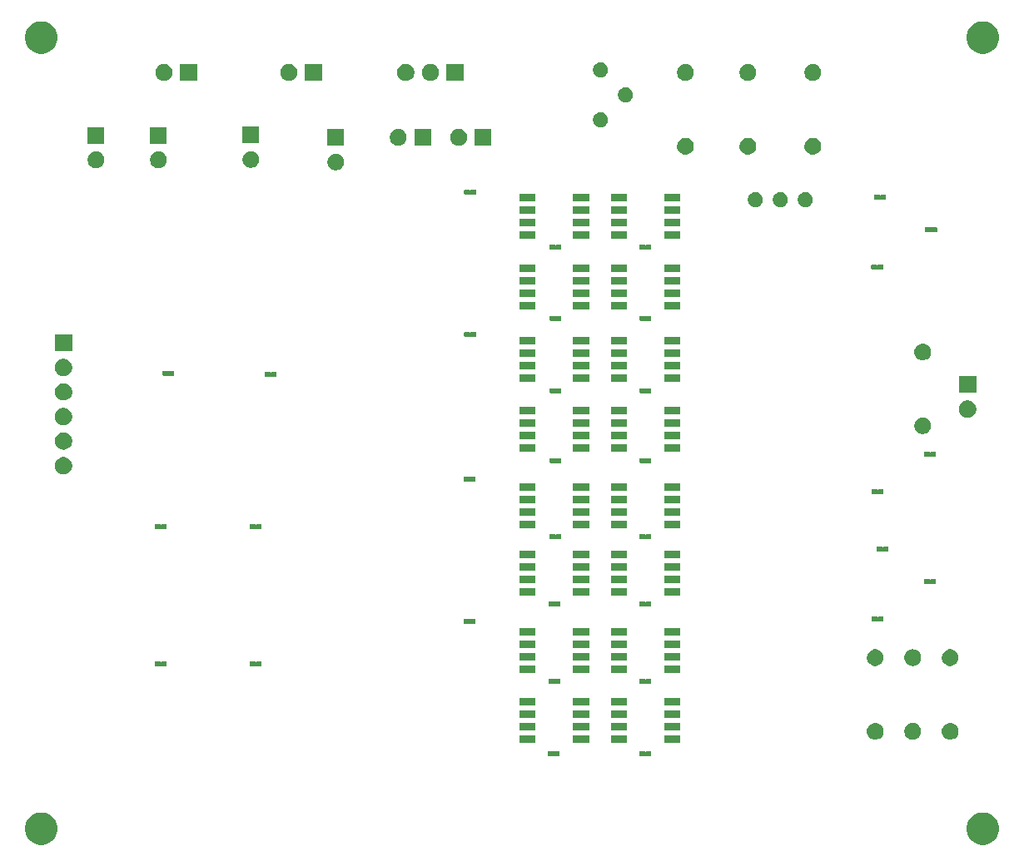
<source format=gbs>
G04 #@! TF.GenerationSoftware,KiCad,Pcbnew,(5.0.2)-1*
G04 #@! TF.CreationDate,2019-07-09T23:38:42+09:00*
G04 #@! TF.ProjectId,R2-R,52322d52-2e6b-4696-9361-645f70636258,rev?*
G04 #@! TF.SameCoordinates,PX3c8eee0PY21e9a40*
G04 #@! TF.FileFunction,Soldermask,Bot*
G04 #@! TF.FilePolarity,Negative*
%FSLAX46Y46*%
G04 Gerber Fmt 4.6, Leading zero omitted, Abs format (unit mm)*
G04 Created by KiCad (PCBNEW (5.0.2)-1) date 2019/07/09 23:38:42*
%MOMM*%
%LPD*%
G01*
G04 APERTURE LIST*
%ADD10C,0.100000*%
G04 APERTURE END LIST*
D10*
G36*
X98419256Y-81195298D02*
X98525579Y-81216447D01*
X98826042Y-81340903D01*
X99092852Y-81519180D01*
X99096454Y-81521587D01*
X99326413Y-81751546D01*
X99507098Y-82021960D01*
X99631553Y-82322422D01*
X99695000Y-82641389D01*
X99695000Y-82966611D01*
X99631553Y-83285578D01*
X99507098Y-83586040D01*
X99326413Y-83856454D01*
X99096454Y-84086413D01*
X99096451Y-84086415D01*
X98826042Y-84267097D01*
X98525579Y-84391553D01*
X98419256Y-84412702D01*
X98206611Y-84455000D01*
X97881389Y-84455000D01*
X97668744Y-84412702D01*
X97562421Y-84391553D01*
X97261958Y-84267097D01*
X96991549Y-84086415D01*
X96991546Y-84086413D01*
X96761587Y-83856454D01*
X96580902Y-83586040D01*
X96456447Y-83285578D01*
X96393000Y-82966611D01*
X96393000Y-82641389D01*
X96456447Y-82322422D01*
X96580902Y-82021960D01*
X96761587Y-81751546D01*
X96991546Y-81521587D01*
X96995148Y-81519180D01*
X97261958Y-81340903D01*
X97562421Y-81216447D01*
X97668744Y-81195298D01*
X97881389Y-81153000D01*
X98206611Y-81153000D01*
X98419256Y-81195298D01*
X98419256Y-81195298D01*
G37*
G36*
X2661256Y-81195298D02*
X2767579Y-81216447D01*
X3068042Y-81340903D01*
X3334852Y-81519180D01*
X3338454Y-81521587D01*
X3568413Y-81751546D01*
X3749098Y-82021960D01*
X3873553Y-82322422D01*
X3937000Y-82641389D01*
X3937000Y-82966611D01*
X3873553Y-83285578D01*
X3749098Y-83586040D01*
X3568413Y-83856454D01*
X3338454Y-84086413D01*
X3338451Y-84086415D01*
X3068042Y-84267097D01*
X2767579Y-84391553D01*
X2661256Y-84412702D01*
X2448611Y-84455000D01*
X2123389Y-84455000D01*
X1910744Y-84412702D01*
X1804421Y-84391553D01*
X1503958Y-84267097D01*
X1233549Y-84086415D01*
X1233546Y-84086413D01*
X1003587Y-83856454D01*
X822902Y-83586040D01*
X698447Y-83285578D01*
X635000Y-82966611D01*
X635000Y-82641389D01*
X698447Y-82322422D01*
X822902Y-82021960D01*
X1003587Y-81751546D01*
X1233546Y-81521587D01*
X1237148Y-81519180D01*
X1503958Y-81340903D01*
X1804421Y-81216447D01*
X1910744Y-81195298D01*
X2123389Y-81153000D01*
X2448611Y-81153000D01*
X2661256Y-81195298D01*
X2661256Y-81195298D01*
G37*
G36*
X54327170Y-74934803D02*
X54338875Y-74938354D01*
X54358076Y-74948617D01*
X54380715Y-74957994D01*
X54404749Y-74962774D01*
X54429253Y-74962774D01*
X54453286Y-74957993D01*
X54475924Y-74948617D01*
X54495125Y-74938354D01*
X54506830Y-74934803D01*
X54525138Y-74933000D01*
X54948862Y-74933000D01*
X54967170Y-74934803D01*
X54978879Y-74938355D01*
X54989662Y-74944119D01*
X54999120Y-74951880D01*
X55006881Y-74961338D01*
X55012645Y-74972121D01*
X55016197Y-74983830D01*
X55018000Y-75002138D01*
X55018000Y-75365862D01*
X55016197Y-75384170D01*
X55012645Y-75395879D01*
X55006881Y-75406662D01*
X54999120Y-75416120D01*
X54989662Y-75423881D01*
X54978879Y-75429645D01*
X54967170Y-75433197D01*
X54948862Y-75435000D01*
X54525138Y-75435000D01*
X54506830Y-75433197D01*
X54495125Y-75429646D01*
X54475924Y-75419383D01*
X54453285Y-75410006D01*
X54429251Y-75405226D01*
X54404747Y-75405226D01*
X54380714Y-75410007D01*
X54358076Y-75419383D01*
X54338875Y-75429646D01*
X54327170Y-75433197D01*
X54308862Y-75435000D01*
X53885138Y-75435000D01*
X53866830Y-75433197D01*
X53855121Y-75429645D01*
X53844338Y-75423881D01*
X53834880Y-75416120D01*
X53827119Y-75406662D01*
X53821355Y-75395879D01*
X53817803Y-75384170D01*
X53816000Y-75365862D01*
X53816000Y-75002138D01*
X53817803Y-74983830D01*
X53821355Y-74972121D01*
X53827119Y-74961338D01*
X53834880Y-74951880D01*
X53844338Y-74944119D01*
X53855121Y-74938355D01*
X53866830Y-74934803D01*
X53885138Y-74933000D01*
X54308862Y-74933000D01*
X54327170Y-74934803D01*
X54327170Y-74934803D01*
G37*
G36*
X63664170Y-74934803D02*
X63675875Y-74938354D01*
X63695076Y-74948617D01*
X63717715Y-74957994D01*
X63741749Y-74962774D01*
X63766253Y-74962774D01*
X63790286Y-74957993D01*
X63812924Y-74948617D01*
X63832125Y-74938354D01*
X63843830Y-74934803D01*
X63862138Y-74933000D01*
X64285862Y-74933000D01*
X64304170Y-74934803D01*
X64315879Y-74938355D01*
X64326662Y-74944119D01*
X64336120Y-74951880D01*
X64343881Y-74961338D01*
X64349645Y-74972121D01*
X64353197Y-74983830D01*
X64355000Y-75002138D01*
X64355000Y-75365862D01*
X64353197Y-75384170D01*
X64349645Y-75395879D01*
X64343881Y-75406662D01*
X64336120Y-75416120D01*
X64326662Y-75423881D01*
X64315879Y-75429645D01*
X64304170Y-75433197D01*
X64285862Y-75435000D01*
X63862138Y-75435000D01*
X63843830Y-75433197D01*
X63832125Y-75429646D01*
X63812924Y-75419383D01*
X63790285Y-75410006D01*
X63766251Y-75405226D01*
X63741747Y-75405226D01*
X63717714Y-75410007D01*
X63695076Y-75419383D01*
X63675875Y-75429646D01*
X63664170Y-75433197D01*
X63645862Y-75435000D01*
X63222138Y-75435000D01*
X63203830Y-75433197D01*
X63192121Y-75429645D01*
X63181338Y-75423881D01*
X63171880Y-75416120D01*
X63164119Y-75406662D01*
X63158355Y-75395879D01*
X63154803Y-75384170D01*
X63153000Y-75365862D01*
X63153000Y-75002138D01*
X63154803Y-74983830D01*
X63158355Y-74972121D01*
X63164119Y-74961338D01*
X63171880Y-74951880D01*
X63181338Y-74944119D01*
X63192121Y-74938355D01*
X63203830Y-74934803D01*
X63222138Y-74933000D01*
X63645862Y-74933000D01*
X63664170Y-74934803D01*
X63664170Y-74934803D01*
G37*
G36*
X52584500Y-74036000D02*
X50957500Y-74036000D01*
X50957500Y-73284000D01*
X52584500Y-73284000D01*
X52584500Y-74036000D01*
X52584500Y-74036000D01*
G37*
G36*
X67279500Y-74036000D02*
X65652500Y-74036000D01*
X65652500Y-73284000D01*
X67279500Y-73284000D01*
X67279500Y-74036000D01*
X67279500Y-74036000D01*
G37*
G36*
X58008500Y-74036000D02*
X56381500Y-74036000D01*
X56381500Y-73284000D01*
X58008500Y-73284000D01*
X58008500Y-74036000D01*
X58008500Y-74036000D01*
G37*
G36*
X61855500Y-74036000D02*
X60228500Y-74036000D01*
X60228500Y-73284000D01*
X61855500Y-73284000D01*
X61855500Y-74036000D01*
X61855500Y-74036000D01*
G37*
G36*
X94908821Y-72059313D02*
X94908824Y-72059314D01*
X94908825Y-72059314D01*
X95069239Y-72107975D01*
X95069241Y-72107976D01*
X95069244Y-72107977D01*
X95217078Y-72186995D01*
X95346659Y-72293341D01*
X95453005Y-72422922D01*
X95532023Y-72570756D01*
X95532024Y-72570759D01*
X95532025Y-72570761D01*
X95580686Y-72731175D01*
X95580687Y-72731179D01*
X95597117Y-72898000D01*
X95580687Y-73064821D01*
X95580686Y-73064824D01*
X95580686Y-73064825D01*
X95555993Y-73146228D01*
X95532023Y-73225244D01*
X95453005Y-73373078D01*
X95346659Y-73502659D01*
X95217078Y-73609005D01*
X95069244Y-73688023D01*
X95069241Y-73688024D01*
X95069239Y-73688025D01*
X94908825Y-73736686D01*
X94908824Y-73736686D01*
X94908821Y-73736687D01*
X94783804Y-73749000D01*
X94700196Y-73749000D01*
X94575179Y-73736687D01*
X94575176Y-73736686D01*
X94575175Y-73736686D01*
X94414761Y-73688025D01*
X94414759Y-73688024D01*
X94414756Y-73688023D01*
X94266922Y-73609005D01*
X94137341Y-73502659D01*
X94030995Y-73373078D01*
X93951977Y-73225244D01*
X93928008Y-73146228D01*
X93903314Y-73064825D01*
X93903314Y-73064824D01*
X93903313Y-73064821D01*
X93886883Y-72898000D01*
X93903313Y-72731179D01*
X93903314Y-72731175D01*
X93951975Y-72570761D01*
X93951976Y-72570759D01*
X93951977Y-72570756D01*
X94030995Y-72422922D01*
X94137341Y-72293341D01*
X94266922Y-72186995D01*
X94414756Y-72107977D01*
X94414759Y-72107976D01*
X94414761Y-72107975D01*
X94575175Y-72059314D01*
X94575176Y-72059314D01*
X94575179Y-72059313D01*
X94700196Y-72047000D01*
X94783804Y-72047000D01*
X94908821Y-72059313D01*
X94908821Y-72059313D01*
G37*
G36*
X87288821Y-72059313D02*
X87288824Y-72059314D01*
X87288825Y-72059314D01*
X87449239Y-72107975D01*
X87449241Y-72107976D01*
X87449244Y-72107977D01*
X87597078Y-72186995D01*
X87726659Y-72293341D01*
X87833005Y-72422922D01*
X87912023Y-72570756D01*
X87912024Y-72570759D01*
X87912025Y-72570761D01*
X87960686Y-72731175D01*
X87960687Y-72731179D01*
X87977117Y-72898000D01*
X87960687Y-73064821D01*
X87960686Y-73064824D01*
X87960686Y-73064825D01*
X87935993Y-73146228D01*
X87912023Y-73225244D01*
X87833005Y-73373078D01*
X87726659Y-73502659D01*
X87597078Y-73609005D01*
X87449244Y-73688023D01*
X87449241Y-73688024D01*
X87449239Y-73688025D01*
X87288825Y-73736686D01*
X87288824Y-73736686D01*
X87288821Y-73736687D01*
X87163804Y-73749000D01*
X87080196Y-73749000D01*
X86955179Y-73736687D01*
X86955176Y-73736686D01*
X86955175Y-73736686D01*
X86794761Y-73688025D01*
X86794759Y-73688024D01*
X86794756Y-73688023D01*
X86646922Y-73609005D01*
X86517341Y-73502659D01*
X86410995Y-73373078D01*
X86331977Y-73225244D01*
X86308008Y-73146228D01*
X86283314Y-73064825D01*
X86283314Y-73064824D01*
X86283313Y-73064821D01*
X86266883Y-72898000D01*
X86283313Y-72731179D01*
X86283314Y-72731175D01*
X86331975Y-72570761D01*
X86331976Y-72570759D01*
X86331977Y-72570756D01*
X86410995Y-72422922D01*
X86517341Y-72293341D01*
X86646922Y-72186995D01*
X86794756Y-72107977D01*
X86794759Y-72107976D01*
X86794761Y-72107975D01*
X86955175Y-72059314D01*
X86955176Y-72059314D01*
X86955179Y-72059313D01*
X87080196Y-72047000D01*
X87163804Y-72047000D01*
X87288821Y-72059313D01*
X87288821Y-72059313D01*
G37*
G36*
X91180228Y-72079703D02*
X91335100Y-72143853D01*
X91474481Y-72236985D01*
X91593015Y-72355519D01*
X91686147Y-72494900D01*
X91750297Y-72649772D01*
X91783000Y-72814184D01*
X91783000Y-72981816D01*
X91750297Y-73146228D01*
X91686147Y-73301100D01*
X91593015Y-73440481D01*
X91474481Y-73559015D01*
X91335100Y-73652147D01*
X91180228Y-73716297D01*
X91015816Y-73749000D01*
X90848184Y-73749000D01*
X90683772Y-73716297D01*
X90528900Y-73652147D01*
X90389519Y-73559015D01*
X90270985Y-73440481D01*
X90177853Y-73301100D01*
X90113703Y-73146228D01*
X90081000Y-72981816D01*
X90081000Y-72814184D01*
X90113703Y-72649772D01*
X90177853Y-72494900D01*
X90270985Y-72355519D01*
X90389519Y-72236985D01*
X90528900Y-72143853D01*
X90683772Y-72079703D01*
X90848184Y-72047000D01*
X91015816Y-72047000D01*
X91180228Y-72079703D01*
X91180228Y-72079703D01*
G37*
G36*
X61855500Y-72766000D02*
X60228500Y-72766000D01*
X60228500Y-72014000D01*
X61855500Y-72014000D01*
X61855500Y-72766000D01*
X61855500Y-72766000D01*
G37*
G36*
X67279500Y-72766000D02*
X65652500Y-72766000D01*
X65652500Y-72014000D01*
X67279500Y-72014000D01*
X67279500Y-72766000D01*
X67279500Y-72766000D01*
G37*
G36*
X52584500Y-72766000D02*
X50957500Y-72766000D01*
X50957500Y-72014000D01*
X52584500Y-72014000D01*
X52584500Y-72766000D01*
X52584500Y-72766000D01*
G37*
G36*
X58008500Y-72766000D02*
X56381500Y-72766000D01*
X56381500Y-72014000D01*
X58008500Y-72014000D01*
X58008500Y-72766000D01*
X58008500Y-72766000D01*
G37*
G36*
X67279500Y-71496000D02*
X65652500Y-71496000D01*
X65652500Y-70744000D01*
X67279500Y-70744000D01*
X67279500Y-71496000D01*
X67279500Y-71496000D01*
G37*
G36*
X58008500Y-71496000D02*
X56381500Y-71496000D01*
X56381500Y-70744000D01*
X58008500Y-70744000D01*
X58008500Y-71496000D01*
X58008500Y-71496000D01*
G37*
G36*
X52584500Y-71496000D02*
X50957500Y-71496000D01*
X50957500Y-70744000D01*
X52584500Y-70744000D01*
X52584500Y-71496000D01*
X52584500Y-71496000D01*
G37*
G36*
X61855500Y-71496000D02*
X60228500Y-71496000D01*
X60228500Y-70744000D01*
X61855500Y-70744000D01*
X61855500Y-71496000D01*
X61855500Y-71496000D01*
G37*
G36*
X52584500Y-70226000D02*
X50957500Y-70226000D01*
X50957500Y-69474000D01*
X52584500Y-69474000D01*
X52584500Y-70226000D01*
X52584500Y-70226000D01*
G37*
G36*
X58008500Y-70226000D02*
X56381500Y-70226000D01*
X56381500Y-69474000D01*
X58008500Y-69474000D01*
X58008500Y-70226000D01*
X58008500Y-70226000D01*
G37*
G36*
X67279500Y-70226000D02*
X65652500Y-70226000D01*
X65652500Y-69474000D01*
X67279500Y-69474000D01*
X67279500Y-70226000D01*
X67279500Y-70226000D01*
G37*
G36*
X61855500Y-70226000D02*
X60228500Y-70226000D01*
X60228500Y-69474000D01*
X61855500Y-69474000D01*
X61855500Y-70226000D01*
X61855500Y-70226000D01*
G37*
G36*
X54393170Y-67568803D02*
X54404875Y-67572354D01*
X54424076Y-67582617D01*
X54446715Y-67591994D01*
X54470749Y-67596774D01*
X54495253Y-67596774D01*
X54519286Y-67591993D01*
X54541924Y-67582617D01*
X54561125Y-67572354D01*
X54572830Y-67568803D01*
X54591138Y-67567000D01*
X55014862Y-67567000D01*
X55033170Y-67568803D01*
X55044879Y-67572355D01*
X55055662Y-67578119D01*
X55065120Y-67585880D01*
X55072881Y-67595338D01*
X55078645Y-67606121D01*
X55082197Y-67617830D01*
X55084000Y-67636138D01*
X55084000Y-67999862D01*
X55082197Y-68018170D01*
X55078645Y-68029879D01*
X55072881Y-68040662D01*
X55065120Y-68050120D01*
X55055662Y-68057881D01*
X55044879Y-68063645D01*
X55033170Y-68067197D01*
X55014862Y-68069000D01*
X54591138Y-68069000D01*
X54572830Y-68067197D01*
X54561125Y-68063646D01*
X54541924Y-68053383D01*
X54519285Y-68044006D01*
X54495251Y-68039226D01*
X54470747Y-68039226D01*
X54446714Y-68044007D01*
X54424076Y-68053383D01*
X54404875Y-68063646D01*
X54393170Y-68067197D01*
X54374862Y-68069000D01*
X53951138Y-68069000D01*
X53932830Y-68067197D01*
X53921121Y-68063645D01*
X53910338Y-68057881D01*
X53900880Y-68050120D01*
X53893119Y-68040662D01*
X53887355Y-68029879D01*
X53883803Y-68018170D01*
X53882000Y-67999862D01*
X53882000Y-67636138D01*
X53883803Y-67617830D01*
X53887355Y-67606121D01*
X53893119Y-67595338D01*
X53900880Y-67585880D01*
X53910338Y-67578119D01*
X53921121Y-67572355D01*
X53932830Y-67568803D01*
X53951138Y-67567000D01*
X54374862Y-67567000D01*
X54393170Y-67568803D01*
X54393170Y-67568803D01*
G37*
G36*
X63664170Y-67568803D02*
X63675875Y-67572354D01*
X63695076Y-67582617D01*
X63717715Y-67591994D01*
X63741749Y-67596774D01*
X63766253Y-67596774D01*
X63790286Y-67591993D01*
X63812924Y-67582617D01*
X63832125Y-67572354D01*
X63843830Y-67568803D01*
X63862138Y-67567000D01*
X64285862Y-67567000D01*
X64304170Y-67568803D01*
X64315879Y-67572355D01*
X64326662Y-67578119D01*
X64336120Y-67585880D01*
X64343881Y-67595338D01*
X64349645Y-67606121D01*
X64353197Y-67617830D01*
X64355000Y-67636138D01*
X64355000Y-67999862D01*
X64353197Y-68018170D01*
X64349645Y-68029879D01*
X64343881Y-68040662D01*
X64336120Y-68050120D01*
X64326662Y-68057881D01*
X64315879Y-68063645D01*
X64304170Y-68067197D01*
X64285862Y-68069000D01*
X63862138Y-68069000D01*
X63843830Y-68067197D01*
X63832125Y-68063646D01*
X63812924Y-68053383D01*
X63790285Y-68044006D01*
X63766251Y-68039226D01*
X63741747Y-68039226D01*
X63717714Y-68044007D01*
X63695076Y-68053383D01*
X63675875Y-68063646D01*
X63664170Y-68067197D01*
X63645862Y-68069000D01*
X63222138Y-68069000D01*
X63203830Y-68067197D01*
X63192121Y-68063645D01*
X63181338Y-68057881D01*
X63171880Y-68050120D01*
X63164119Y-68040662D01*
X63158355Y-68029879D01*
X63154803Y-68018170D01*
X63153000Y-67999862D01*
X63153000Y-67636138D01*
X63154803Y-67617830D01*
X63158355Y-67606121D01*
X63164119Y-67595338D01*
X63171880Y-67585880D01*
X63181338Y-67578119D01*
X63192121Y-67572355D01*
X63203830Y-67568803D01*
X63222138Y-67567000D01*
X63645862Y-67567000D01*
X63664170Y-67568803D01*
X63664170Y-67568803D01*
G37*
G36*
X67279500Y-66924000D02*
X65652500Y-66924000D01*
X65652500Y-66172000D01*
X67279500Y-66172000D01*
X67279500Y-66924000D01*
X67279500Y-66924000D01*
G37*
G36*
X61855500Y-66924000D02*
X60228500Y-66924000D01*
X60228500Y-66172000D01*
X61855500Y-66172000D01*
X61855500Y-66924000D01*
X61855500Y-66924000D01*
G37*
G36*
X52584500Y-66924000D02*
X50957500Y-66924000D01*
X50957500Y-66172000D01*
X52584500Y-66172000D01*
X52584500Y-66924000D01*
X52584500Y-66924000D01*
G37*
G36*
X58008500Y-66924000D02*
X56381500Y-66924000D01*
X56381500Y-66172000D01*
X58008500Y-66172000D01*
X58008500Y-66924000D01*
X58008500Y-66924000D01*
G37*
G36*
X24040170Y-65790803D02*
X24051875Y-65794354D01*
X24071076Y-65804617D01*
X24093715Y-65813994D01*
X24117749Y-65818774D01*
X24142253Y-65818774D01*
X24166286Y-65813993D01*
X24188924Y-65804617D01*
X24208125Y-65794354D01*
X24219830Y-65790803D01*
X24238138Y-65789000D01*
X24661862Y-65789000D01*
X24680170Y-65790803D01*
X24691879Y-65794355D01*
X24702662Y-65800119D01*
X24712120Y-65807880D01*
X24719881Y-65817338D01*
X24725645Y-65828121D01*
X24729197Y-65839830D01*
X24731000Y-65858138D01*
X24731000Y-66221862D01*
X24729197Y-66240170D01*
X24725645Y-66251879D01*
X24719881Y-66262662D01*
X24712120Y-66272120D01*
X24702662Y-66279881D01*
X24691879Y-66285645D01*
X24680170Y-66289197D01*
X24661862Y-66291000D01*
X24238138Y-66291000D01*
X24219830Y-66289197D01*
X24208125Y-66285646D01*
X24188924Y-66275383D01*
X24166285Y-66266006D01*
X24142251Y-66261226D01*
X24117747Y-66261226D01*
X24093714Y-66266007D01*
X24071076Y-66275383D01*
X24051875Y-66285646D01*
X24040170Y-66289197D01*
X24021862Y-66291000D01*
X23598138Y-66291000D01*
X23579830Y-66289197D01*
X23568121Y-66285645D01*
X23557338Y-66279881D01*
X23547880Y-66272120D01*
X23540119Y-66262662D01*
X23534355Y-66251879D01*
X23530803Y-66240170D01*
X23529000Y-66221862D01*
X23529000Y-65858138D01*
X23530803Y-65839830D01*
X23534355Y-65828121D01*
X23540119Y-65817338D01*
X23547880Y-65807880D01*
X23557338Y-65800119D01*
X23568121Y-65794355D01*
X23579830Y-65790803D01*
X23598138Y-65789000D01*
X24021862Y-65789000D01*
X24040170Y-65790803D01*
X24040170Y-65790803D01*
G37*
G36*
X14388170Y-65790803D02*
X14399875Y-65794354D01*
X14419076Y-65804617D01*
X14441715Y-65813994D01*
X14465749Y-65818774D01*
X14490253Y-65818774D01*
X14514286Y-65813993D01*
X14536924Y-65804617D01*
X14556125Y-65794354D01*
X14567830Y-65790803D01*
X14586138Y-65789000D01*
X15009862Y-65789000D01*
X15028170Y-65790803D01*
X15039879Y-65794355D01*
X15050662Y-65800119D01*
X15060120Y-65807880D01*
X15067881Y-65817338D01*
X15073645Y-65828121D01*
X15077197Y-65839830D01*
X15079000Y-65858138D01*
X15079000Y-66221862D01*
X15077197Y-66240170D01*
X15073645Y-66251879D01*
X15067881Y-66262662D01*
X15060120Y-66272120D01*
X15050662Y-66279881D01*
X15039879Y-66285645D01*
X15028170Y-66289197D01*
X15009862Y-66291000D01*
X14586138Y-66291000D01*
X14567830Y-66289197D01*
X14556125Y-66285646D01*
X14536924Y-66275383D01*
X14514285Y-66266006D01*
X14490251Y-66261226D01*
X14465747Y-66261226D01*
X14441714Y-66266007D01*
X14419076Y-66275383D01*
X14399875Y-66285646D01*
X14388170Y-66289197D01*
X14369862Y-66291000D01*
X13946138Y-66291000D01*
X13927830Y-66289197D01*
X13916121Y-66285645D01*
X13905338Y-66279881D01*
X13895880Y-66272120D01*
X13888119Y-66262662D01*
X13882355Y-66251879D01*
X13878803Y-66240170D01*
X13877000Y-66221862D01*
X13877000Y-65858138D01*
X13878803Y-65839830D01*
X13882355Y-65828121D01*
X13888119Y-65817338D01*
X13895880Y-65807880D01*
X13905338Y-65800119D01*
X13916121Y-65794355D01*
X13927830Y-65790803D01*
X13946138Y-65789000D01*
X14369862Y-65789000D01*
X14388170Y-65790803D01*
X14388170Y-65790803D01*
G37*
G36*
X87370228Y-64579703D02*
X87525100Y-64643853D01*
X87664481Y-64736985D01*
X87783015Y-64855519D01*
X87876147Y-64994900D01*
X87940297Y-65149772D01*
X87973000Y-65314184D01*
X87973000Y-65481816D01*
X87940297Y-65646228D01*
X87876147Y-65801100D01*
X87783015Y-65940481D01*
X87664481Y-66059015D01*
X87525100Y-66152147D01*
X87370228Y-66216297D01*
X87205816Y-66249000D01*
X87038184Y-66249000D01*
X86873772Y-66216297D01*
X86718900Y-66152147D01*
X86579519Y-66059015D01*
X86460985Y-65940481D01*
X86367853Y-65801100D01*
X86303703Y-65646228D01*
X86271000Y-65481816D01*
X86271000Y-65314184D01*
X86303703Y-65149772D01*
X86367853Y-64994900D01*
X86460985Y-64855519D01*
X86579519Y-64736985D01*
X86718900Y-64643853D01*
X86873772Y-64579703D01*
X87038184Y-64547000D01*
X87205816Y-64547000D01*
X87370228Y-64579703D01*
X87370228Y-64579703D01*
G37*
G36*
X94990228Y-64579703D02*
X95145100Y-64643853D01*
X95284481Y-64736985D01*
X95403015Y-64855519D01*
X95496147Y-64994900D01*
X95560297Y-65149772D01*
X95593000Y-65314184D01*
X95593000Y-65481816D01*
X95560297Y-65646228D01*
X95496147Y-65801100D01*
X95403015Y-65940481D01*
X95284481Y-66059015D01*
X95145100Y-66152147D01*
X94990228Y-66216297D01*
X94825816Y-66249000D01*
X94658184Y-66249000D01*
X94493772Y-66216297D01*
X94338900Y-66152147D01*
X94199519Y-66059015D01*
X94080985Y-65940481D01*
X93987853Y-65801100D01*
X93923703Y-65646228D01*
X93891000Y-65481816D01*
X93891000Y-65314184D01*
X93923703Y-65149772D01*
X93987853Y-64994900D01*
X94080985Y-64855519D01*
X94199519Y-64736985D01*
X94338900Y-64643853D01*
X94493772Y-64579703D01*
X94658184Y-64547000D01*
X94825816Y-64547000D01*
X94990228Y-64579703D01*
X94990228Y-64579703D01*
G37*
G36*
X91098821Y-64559313D02*
X91098824Y-64559314D01*
X91098825Y-64559314D01*
X91259239Y-64607975D01*
X91259241Y-64607976D01*
X91259244Y-64607977D01*
X91407078Y-64686995D01*
X91536659Y-64793341D01*
X91643005Y-64922922D01*
X91722023Y-65070756D01*
X91722024Y-65070759D01*
X91722025Y-65070761D01*
X91770686Y-65231175D01*
X91770687Y-65231179D01*
X91787117Y-65398000D01*
X91770687Y-65564821D01*
X91770686Y-65564824D01*
X91770686Y-65564825D01*
X91745993Y-65646228D01*
X91722023Y-65725244D01*
X91643005Y-65873078D01*
X91536659Y-66002659D01*
X91407078Y-66109005D01*
X91259244Y-66188023D01*
X91259241Y-66188024D01*
X91259239Y-66188025D01*
X91098825Y-66236686D01*
X91098824Y-66236686D01*
X91098821Y-66236687D01*
X90973804Y-66249000D01*
X90890196Y-66249000D01*
X90765179Y-66236687D01*
X90765176Y-66236686D01*
X90765175Y-66236686D01*
X90604761Y-66188025D01*
X90604759Y-66188024D01*
X90604756Y-66188023D01*
X90456922Y-66109005D01*
X90327341Y-66002659D01*
X90220995Y-65873078D01*
X90141977Y-65725244D01*
X90118008Y-65646228D01*
X90093314Y-65564825D01*
X90093314Y-65564824D01*
X90093313Y-65564821D01*
X90076883Y-65398000D01*
X90093313Y-65231179D01*
X90093314Y-65231175D01*
X90141975Y-65070761D01*
X90141976Y-65070759D01*
X90141977Y-65070756D01*
X90220995Y-64922922D01*
X90327341Y-64793341D01*
X90456922Y-64686995D01*
X90604756Y-64607977D01*
X90604759Y-64607976D01*
X90604761Y-64607975D01*
X90765175Y-64559314D01*
X90765176Y-64559314D01*
X90765179Y-64559313D01*
X90890196Y-64547000D01*
X90973804Y-64547000D01*
X91098821Y-64559313D01*
X91098821Y-64559313D01*
G37*
G36*
X67279500Y-65654000D02*
X65652500Y-65654000D01*
X65652500Y-64902000D01*
X67279500Y-64902000D01*
X67279500Y-65654000D01*
X67279500Y-65654000D01*
G37*
G36*
X58008500Y-65654000D02*
X56381500Y-65654000D01*
X56381500Y-64902000D01*
X58008500Y-64902000D01*
X58008500Y-65654000D01*
X58008500Y-65654000D01*
G37*
G36*
X52584500Y-65654000D02*
X50957500Y-65654000D01*
X50957500Y-64902000D01*
X52584500Y-64902000D01*
X52584500Y-65654000D01*
X52584500Y-65654000D01*
G37*
G36*
X61855500Y-65654000D02*
X60228500Y-65654000D01*
X60228500Y-64902000D01*
X61855500Y-64902000D01*
X61855500Y-65654000D01*
X61855500Y-65654000D01*
G37*
G36*
X58008500Y-64384000D02*
X56381500Y-64384000D01*
X56381500Y-63632000D01*
X58008500Y-63632000D01*
X58008500Y-64384000D01*
X58008500Y-64384000D01*
G37*
G36*
X61855500Y-64384000D02*
X60228500Y-64384000D01*
X60228500Y-63632000D01*
X61855500Y-63632000D01*
X61855500Y-64384000D01*
X61855500Y-64384000D01*
G37*
G36*
X67279500Y-64384000D02*
X65652500Y-64384000D01*
X65652500Y-63632000D01*
X67279500Y-63632000D01*
X67279500Y-64384000D01*
X67279500Y-64384000D01*
G37*
G36*
X52584500Y-64384000D02*
X50957500Y-64384000D01*
X50957500Y-63632000D01*
X52584500Y-63632000D01*
X52584500Y-64384000D01*
X52584500Y-64384000D01*
G37*
G36*
X61855500Y-63114000D02*
X60228500Y-63114000D01*
X60228500Y-62362000D01*
X61855500Y-62362000D01*
X61855500Y-63114000D01*
X61855500Y-63114000D01*
G37*
G36*
X67279500Y-63114000D02*
X65652500Y-63114000D01*
X65652500Y-62362000D01*
X67279500Y-62362000D01*
X67279500Y-63114000D01*
X67279500Y-63114000D01*
G37*
G36*
X52584500Y-63114000D02*
X50957500Y-63114000D01*
X50957500Y-62362000D01*
X52584500Y-62362000D01*
X52584500Y-63114000D01*
X52584500Y-63114000D01*
G37*
G36*
X58008500Y-63114000D02*
X56381500Y-63114000D01*
X56381500Y-62362000D01*
X58008500Y-62362000D01*
X58008500Y-63114000D01*
X58008500Y-63114000D01*
G37*
G36*
X45793170Y-61472803D02*
X45804875Y-61476354D01*
X45824076Y-61486617D01*
X45846715Y-61495994D01*
X45870749Y-61500774D01*
X45895253Y-61500774D01*
X45919286Y-61495993D01*
X45941924Y-61486617D01*
X45961125Y-61476354D01*
X45972830Y-61472803D01*
X45991138Y-61471000D01*
X46414862Y-61471000D01*
X46433170Y-61472803D01*
X46444879Y-61476355D01*
X46455662Y-61482119D01*
X46465120Y-61489880D01*
X46472881Y-61499338D01*
X46478645Y-61510121D01*
X46482197Y-61521830D01*
X46484000Y-61540138D01*
X46484000Y-61903862D01*
X46482197Y-61922170D01*
X46478645Y-61933879D01*
X46472881Y-61944662D01*
X46465120Y-61954120D01*
X46455662Y-61961881D01*
X46444879Y-61967645D01*
X46433170Y-61971197D01*
X46414862Y-61973000D01*
X45991138Y-61973000D01*
X45972830Y-61971197D01*
X45961125Y-61967646D01*
X45941924Y-61957383D01*
X45919285Y-61948006D01*
X45895251Y-61943226D01*
X45870747Y-61943226D01*
X45846714Y-61948007D01*
X45824076Y-61957383D01*
X45804875Y-61967646D01*
X45793170Y-61971197D01*
X45774862Y-61973000D01*
X45351138Y-61973000D01*
X45332830Y-61971197D01*
X45321121Y-61967645D01*
X45310338Y-61961881D01*
X45300880Y-61954120D01*
X45293119Y-61944662D01*
X45287355Y-61933879D01*
X45283803Y-61922170D01*
X45282000Y-61903862D01*
X45282000Y-61540138D01*
X45283803Y-61521830D01*
X45287355Y-61510121D01*
X45293119Y-61499338D01*
X45300880Y-61489880D01*
X45310338Y-61482119D01*
X45321121Y-61476355D01*
X45332830Y-61472803D01*
X45351138Y-61471000D01*
X45774862Y-61471000D01*
X45793170Y-61472803D01*
X45793170Y-61472803D01*
G37*
G36*
X87286170Y-61218803D02*
X87297875Y-61222354D01*
X87317076Y-61232617D01*
X87339715Y-61241994D01*
X87363749Y-61246774D01*
X87388253Y-61246774D01*
X87412286Y-61241993D01*
X87434924Y-61232617D01*
X87454125Y-61222354D01*
X87465830Y-61218803D01*
X87484138Y-61217000D01*
X87907862Y-61217000D01*
X87926170Y-61218803D01*
X87937879Y-61222355D01*
X87948662Y-61228119D01*
X87958120Y-61235880D01*
X87965881Y-61245338D01*
X87971645Y-61256121D01*
X87975197Y-61267830D01*
X87977000Y-61286138D01*
X87977000Y-61649862D01*
X87975197Y-61668170D01*
X87971645Y-61679879D01*
X87965881Y-61690662D01*
X87958120Y-61700120D01*
X87948662Y-61707881D01*
X87937879Y-61713645D01*
X87926170Y-61717197D01*
X87907862Y-61719000D01*
X87484138Y-61719000D01*
X87465830Y-61717197D01*
X87454125Y-61713646D01*
X87434924Y-61703383D01*
X87412285Y-61694006D01*
X87388251Y-61689226D01*
X87363747Y-61689226D01*
X87339714Y-61694007D01*
X87317076Y-61703383D01*
X87297875Y-61713646D01*
X87286170Y-61717197D01*
X87267862Y-61719000D01*
X86844138Y-61719000D01*
X86825830Y-61717197D01*
X86814121Y-61713645D01*
X86803338Y-61707881D01*
X86793880Y-61700120D01*
X86786119Y-61690662D01*
X86780355Y-61679879D01*
X86776803Y-61668170D01*
X86775000Y-61649862D01*
X86775000Y-61286138D01*
X86776803Y-61267830D01*
X86780355Y-61256121D01*
X86786119Y-61245338D01*
X86793880Y-61235880D01*
X86803338Y-61228119D01*
X86814121Y-61222355D01*
X86825830Y-61218803D01*
X86844138Y-61217000D01*
X87267862Y-61217000D01*
X87286170Y-61218803D01*
X87286170Y-61218803D01*
G37*
G36*
X63664170Y-59694803D02*
X63675875Y-59698354D01*
X63695076Y-59708617D01*
X63717715Y-59717994D01*
X63741749Y-59722774D01*
X63766253Y-59722774D01*
X63790286Y-59717993D01*
X63812924Y-59708617D01*
X63832125Y-59698354D01*
X63843830Y-59694803D01*
X63862138Y-59693000D01*
X64285862Y-59693000D01*
X64304170Y-59694803D01*
X64315879Y-59698355D01*
X64326662Y-59704119D01*
X64336120Y-59711880D01*
X64343881Y-59721338D01*
X64349645Y-59732121D01*
X64353197Y-59743830D01*
X64355000Y-59762138D01*
X64355000Y-60125862D01*
X64353197Y-60144170D01*
X64349645Y-60155879D01*
X64343881Y-60166662D01*
X64336120Y-60176120D01*
X64326662Y-60183881D01*
X64315879Y-60189645D01*
X64304170Y-60193197D01*
X64285862Y-60195000D01*
X63862138Y-60195000D01*
X63843830Y-60193197D01*
X63832125Y-60189646D01*
X63812924Y-60179383D01*
X63790285Y-60170006D01*
X63766251Y-60165226D01*
X63741747Y-60165226D01*
X63717714Y-60170007D01*
X63695076Y-60179383D01*
X63675875Y-60189646D01*
X63664170Y-60193197D01*
X63645862Y-60195000D01*
X63222138Y-60195000D01*
X63203830Y-60193197D01*
X63192121Y-60189645D01*
X63181338Y-60183881D01*
X63171880Y-60176120D01*
X63164119Y-60166662D01*
X63158355Y-60155879D01*
X63154803Y-60144170D01*
X63153000Y-60125862D01*
X63153000Y-59762138D01*
X63154803Y-59743830D01*
X63158355Y-59732121D01*
X63164119Y-59721338D01*
X63171880Y-59711880D01*
X63181338Y-59704119D01*
X63192121Y-59698355D01*
X63203830Y-59694803D01*
X63222138Y-59693000D01*
X63645862Y-59693000D01*
X63664170Y-59694803D01*
X63664170Y-59694803D01*
G37*
G36*
X54393170Y-59694803D02*
X54404875Y-59698354D01*
X54424076Y-59708617D01*
X54446715Y-59717994D01*
X54470749Y-59722774D01*
X54495253Y-59722774D01*
X54519286Y-59717993D01*
X54541924Y-59708617D01*
X54561125Y-59698354D01*
X54572830Y-59694803D01*
X54591138Y-59693000D01*
X55014862Y-59693000D01*
X55033170Y-59694803D01*
X55044879Y-59698355D01*
X55055662Y-59704119D01*
X55065120Y-59711880D01*
X55072881Y-59721338D01*
X55078645Y-59732121D01*
X55082197Y-59743830D01*
X55084000Y-59762138D01*
X55084000Y-60125862D01*
X55082197Y-60144170D01*
X55078645Y-60155879D01*
X55072881Y-60166662D01*
X55065120Y-60176120D01*
X55055662Y-60183881D01*
X55044879Y-60189645D01*
X55033170Y-60193197D01*
X55014862Y-60195000D01*
X54591138Y-60195000D01*
X54572830Y-60193197D01*
X54561125Y-60189646D01*
X54541924Y-60179383D01*
X54519285Y-60170006D01*
X54495251Y-60165226D01*
X54470747Y-60165226D01*
X54446714Y-60170007D01*
X54424076Y-60179383D01*
X54404875Y-60189646D01*
X54393170Y-60193197D01*
X54374862Y-60195000D01*
X53951138Y-60195000D01*
X53932830Y-60193197D01*
X53921121Y-60189645D01*
X53910338Y-60183881D01*
X53900880Y-60176120D01*
X53893119Y-60166662D01*
X53887355Y-60155879D01*
X53883803Y-60144170D01*
X53882000Y-60125862D01*
X53882000Y-59762138D01*
X53883803Y-59743830D01*
X53887355Y-59732121D01*
X53893119Y-59721338D01*
X53900880Y-59711880D01*
X53910338Y-59704119D01*
X53921121Y-59698355D01*
X53932830Y-59694803D01*
X53951138Y-59693000D01*
X54374862Y-59693000D01*
X54393170Y-59694803D01*
X54393170Y-59694803D01*
G37*
G36*
X58008500Y-59050000D02*
X56381500Y-59050000D01*
X56381500Y-58298000D01*
X58008500Y-58298000D01*
X58008500Y-59050000D01*
X58008500Y-59050000D01*
G37*
G36*
X61855500Y-59050000D02*
X60228500Y-59050000D01*
X60228500Y-58298000D01*
X61855500Y-58298000D01*
X61855500Y-59050000D01*
X61855500Y-59050000D01*
G37*
G36*
X52584500Y-59050000D02*
X50957500Y-59050000D01*
X50957500Y-58298000D01*
X52584500Y-58298000D01*
X52584500Y-59050000D01*
X52584500Y-59050000D01*
G37*
G36*
X67279500Y-59050000D02*
X65652500Y-59050000D01*
X65652500Y-58298000D01*
X67279500Y-58298000D01*
X67279500Y-59050000D01*
X67279500Y-59050000D01*
G37*
G36*
X92620170Y-57408803D02*
X92631875Y-57412354D01*
X92651076Y-57422617D01*
X92673715Y-57431994D01*
X92697749Y-57436774D01*
X92722253Y-57436774D01*
X92746286Y-57431993D01*
X92768924Y-57422617D01*
X92788125Y-57412354D01*
X92799830Y-57408803D01*
X92818138Y-57407000D01*
X93241862Y-57407000D01*
X93260170Y-57408803D01*
X93271879Y-57412355D01*
X93282662Y-57418119D01*
X93292120Y-57425880D01*
X93299881Y-57435338D01*
X93305645Y-57446121D01*
X93309197Y-57457830D01*
X93311000Y-57476138D01*
X93311000Y-57839862D01*
X93309197Y-57858170D01*
X93305645Y-57869879D01*
X93299881Y-57880662D01*
X93292120Y-57890120D01*
X93282662Y-57897881D01*
X93271879Y-57903645D01*
X93260170Y-57907197D01*
X93241862Y-57909000D01*
X92818138Y-57909000D01*
X92799830Y-57907197D01*
X92788125Y-57903646D01*
X92768924Y-57893383D01*
X92746285Y-57884006D01*
X92722251Y-57879226D01*
X92697747Y-57879226D01*
X92673714Y-57884007D01*
X92651076Y-57893383D01*
X92631875Y-57903646D01*
X92620170Y-57907197D01*
X92601862Y-57909000D01*
X92178138Y-57909000D01*
X92159830Y-57907197D01*
X92148121Y-57903645D01*
X92137338Y-57897881D01*
X92127880Y-57890120D01*
X92120119Y-57880662D01*
X92114355Y-57869879D01*
X92110803Y-57858170D01*
X92109000Y-57839862D01*
X92109000Y-57476138D01*
X92110803Y-57457830D01*
X92114355Y-57446121D01*
X92120119Y-57435338D01*
X92127880Y-57425880D01*
X92137338Y-57418119D01*
X92148121Y-57412355D01*
X92159830Y-57408803D01*
X92178138Y-57407000D01*
X92601862Y-57407000D01*
X92620170Y-57408803D01*
X92620170Y-57408803D01*
G37*
G36*
X67279500Y-57780000D02*
X65652500Y-57780000D01*
X65652500Y-57028000D01*
X67279500Y-57028000D01*
X67279500Y-57780000D01*
X67279500Y-57780000D01*
G37*
G36*
X52584500Y-57780000D02*
X50957500Y-57780000D01*
X50957500Y-57028000D01*
X52584500Y-57028000D01*
X52584500Y-57780000D01*
X52584500Y-57780000D01*
G37*
G36*
X61855500Y-57780000D02*
X60228500Y-57780000D01*
X60228500Y-57028000D01*
X61855500Y-57028000D01*
X61855500Y-57780000D01*
X61855500Y-57780000D01*
G37*
G36*
X58008500Y-57780000D02*
X56381500Y-57780000D01*
X56381500Y-57028000D01*
X58008500Y-57028000D01*
X58008500Y-57780000D01*
X58008500Y-57780000D01*
G37*
G36*
X58008500Y-56510000D02*
X56381500Y-56510000D01*
X56381500Y-55758000D01*
X58008500Y-55758000D01*
X58008500Y-56510000D01*
X58008500Y-56510000D01*
G37*
G36*
X61855500Y-56510000D02*
X60228500Y-56510000D01*
X60228500Y-55758000D01*
X61855500Y-55758000D01*
X61855500Y-56510000D01*
X61855500Y-56510000D01*
G37*
G36*
X67279500Y-56510000D02*
X65652500Y-56510000D01*
X65652500Y-55758000D01*
X67279500Y-55758000D01*
X67279500Y-56510000D01*
X67279500Y-56510000D01*
G37*
G36*
X52584500Y-56510000D02*
X50957500Y-56510000D01*
X50957500Y-55758000D01*
X52584500Y-55758000D01*
X52584500Y-56510000D01*
X52584500Y-56510000D01*
G37*
G36*
X67279500Y-55240000D02*
X65652500Y-55240000D01*
X65652500Y-54488000D01*
X67279500Y-54488000D01*
X67279500Y-55240000D01*
X67279500Y-55240000D01*
G37*
G36*
X61855500Y-55240000D02*
X60228500Y-55240000D01*
X60228500Y-54488000D01*
X61855500Y-54488000D01*
X61855500Y-55240000D01*
X61855500Y-55240000D01*
G37*
G36*
X58008500Y-55240000D02*
X56381500Y-55240000D01*
X56381500Y-54488000D01*
X58008500Y-54488000D01*
X58008500Y-55240000D01*
X58008500Y-55240000D01*
G37*
G36*
X52584500Y-55240000D02*
X50957500Y-55240000D01*
X50957500Y-54488000D01*
X52584500Y-54488000D01*
X52584500Y-55240000D01*
X52584500Y-55240000D01*
G37*
G36*
X87794170Y-54106803D02*
X87805875Y-54110354D01*
X87825076Y-54120617D01*
X87847715Y-54129994D01*
X87871749Y-54134774D01*
X87896253Y-54134774D01*
X87920286Y-54129993D01*
X87942924Y-54120617D01*
X87962125Y-54110354D01*
X87973830Y-54106803D01*
X87992138Y-54105000D01*
X88415862Y-54105000D01*
X88434170Y-54106803D01*
X88445879Y-54110355D01*
X88456662Y-54116119D01*
X88466120Y-54123880D01*
X88473881Y-54133338D01*
X88479645Y-54144121D01*
X88483197Y-54155830D01*
X88485000Y-54174138D01*
X88485000Y-54537862D01*
X88483197Y-54556170D01*
X88479645Y-54567879D01*
X88473881Y-54578662D01*
X88466120Y-54588120D01*
X88456662Y-54595881D01*
X88445879Y-54601645D01*
X88434170Y-54605197D01*
X88415862Y-54607000D01*
X87992138Y-54607000D01*
X87973830Y-54605197D01*
X87962125Y-54601646D01*
X87942924Y-54591383D01*
X87920285Y-54582006D01*
X87896251Y-54577226D01*
X87871747Y-54577226D01*
X87847714Y-54582007D01*
X87825076Y-54591383D01*
X87805875Y-54601646D01*
X87794170Y-54605197D01*
X87775862Y-54607000D01*
X87352138Y-54607000D01*
X87333830Y-54605197D01*
X87322121Y-54601645D01*
X87311338Y-54595881D01*
X87301880Y-54588120D01*
X87294119Y-54578662D01*
X87288355Y-54567879D01*
X87284803Y-54556170D01*
X87283000Y-54537862D01*
X87283000Y-54174138D01*
X87284803Y-54155830D01*
X87288355Y-54144121D01*
X87294119Y-54133338D01*
X87301880Y-54123880D01*
X87311338Y-54116119D01*
X87322121Y-54110355D01*
X87333830Y-54106803D01*
X87352138Y-54105000D01*
X87775862Y-54105000D01*
X87794170Y-54106803D01*
X87794170Y-54106803D01*
G37*
G36*
X63664170Y-52836803D02*
X63675875Y-52840354D01*
X63695076Y-52850617D01*
X63717715Y-52859994D01*
X63741749Y-52864774D01*
X63766253Y-52864774D01*
X63790286Y-52859993D01*
X63812924Y-52850617D01*
X63832125Y-52840354D01*
X63843830Y-52836803D01*
X63862138Y-52835000D01*
X64285862Y-52835000D01*
X64304170Y-52836803D01*
X64315879Y-52840355D01*
X64326662Y-52846119D01*
X64336120Y-52853880D01*
X64343881Y-52863338D01*
X64349645Y-52874121D01*
X64353197Y-52885830D01*
X64355000Y-52904138D01*
X64355000Y-53267862D01*
X64353197Y-53286170D01*
X64349645Y-53297879D01*
X64343881Y-53308662D01*
X64336120Y-53318120D01*
X64326662Y-53325881D01*
X64315879Y-53331645D01*
X64304170Y-53335197D01*
X64285862Y-53337000D01*
X63862138Y-53337000D01*
X63843830Y-53335197D01*
X63832125Y-53331646D01*
X63812924Y-53321383D01*
X63790285Y-53312006D01*
X63766251Y-53307226D01*
X63741747Y-53307226D01*
X63717714Y-53312007D01*
X63695076Y-53321383D01*
X63675875Y-53331646D01*
X63664170Y-53335197D01*
X63645862Y-53337000D01*
X63222138Y-53337000D01*
X63203830Y-53335197D01*
X63192121Y-53331645D01*
X63181338Y-53325881D01*
X63171880Y-53318120D01*
X63164119Y-53308662D01*
X63158355Y-53297879D01*
X63154803Y-53286170D01*
X63153000Y-53267862D01*
X63153000Y-52904138D01*
X63154803Y-52885830D01*
X63158355Y-52874121D01*
X63164119Y-52863338D01*
X63171880Y-52853880D01*
X63181338Y-52846119D01*
X63192121Y-52840355D01*
X63203830Y-52836803D01*
X63222138Y-52835000D01*
X63645862Y-52835000D01*
X63664170Y-52836803D01*
X63664170Y-52836803D01*
G37*
G36*
X54520170Y-52836803D02*
X54531875Y-52840354D01*
X54551076Y-52850617D01*
X54573715Y-52859994D01*
X54597749Y-52864774D01*
X54622253Y-52864774D01*
X54646286Y-52859993D01*
X54668924Y-52850617D01*
X54688125Y-52840354D01*
X54699830Y-52836803D01*
X54718138Y-52835000D01*
X55141862Y-52835000D01*
X55160170Y-52836803D01*
X55171879Y-52840355D01*
X55182662Y-52846119D01*
X55192120Y-52853880D01*
X55199881Y-52863338D01*
X55205645Y-52874121D01*
X55209197Y-52885830D01*
X55211000Y-52904138D01*
X55211000Y-53267862D01*
X55209197Y-53286170D01*
X55205645Y-53297879D01*
X55199881Y-53308662D01*
X55192120Y-53318120D01*
X55182662Y-53325881D01*
X55171879Y-53331645D01*
X55160170Y-53335197D01*
X55141862Y-53337000D01*
X54718138Y-53337000D01*
X54699830Y-53335197D01*
X54688125Y-53331646D01*
X54668924Y-53321383D01*
X54646285Y-53312006D01*
X54622251Y-53307226D01*
X54597747Y-53307226D01*
X54573714Y-53312007D01*
X54551076Y-53321383D01*
X54531875Y-53331646D01*
X54520170Y-53335197D01*
X54501862Y-53337000D01*
X54078138Y-53337000D01*
X54059830Y-53335197D01*
X54048121Y-53331645D01*
X54037338Y-53325881D01*
X54027880Y-53318120D01*
X54020119Y-53308662D01*
X54014355Y-53297879D01*
X54010803Y-53286170D01*
X54009000Y-53267862D01*
X54009000Y-52904138D01*
X54010803Y-52885830D01*
X54014355Y-52874121D01*
X54020119Y-52863338D01*
X54027880Y-52853880D01*
X54037338Y-52846119D01*
X54048121Y-52840355D01*
X54059830Y-52836803D01*
X54078138Y-52835000D01*
X54501862Y-52835000D01*
X54520170Y-52836803D01*
X54520170Y-52836803D01*
G37*
G36*
X24040170Y-51820803D02*
X24051875Y-51824354D01*
X24071076Y-51834617D01*
X24093715Y-51843994D01*
X24117749Y-51848774D01*
X24142253Y-51848774D01*
X24166286Y-51843993D01*
X24188924Y-51834617D01*
X24208125Y-51824354D01*
X24219830Y-51820803D01*
X24238138Y-51819000D01*
X24661862Y-51819000D01*
X24680170Y-51820803D01*
X24691879Y-51824355D01*
X24702662Y-51830119D01*
X24712120Y-51837880D01*
X24719881Y-51847338D01*
X24725645Y-51858121D01*
X24729197Y-51869830D01*
X24731000Y-51888138D01*
X24731000Y-52251862D01*
X24729197Y-52270170D01*
X24725645Y-52281879D01*
X24719881Y-52292662D01*
X24712120Y-52302120D01*
X24702662Y-52309881D01*
X24691879Y-52315645D01*
X24680170Y-52319197D01*
X24661862Y-52321000D01*
X24238138Y-52321000D01*
X24219830Y-52319197D01*
X24208125Y-52315646D01*
X24188924Y-52305383D01*
X24166285Y-52296006D01*
X24142251Y-52291226D01*
X24117747Y-52291226D01*
X24093714Y-52296007D01*
X24071076Y-52305383D01*
X24051875Y-52315646D01*
X24040170Y-52319197D01*
X24021862Y-52321000D01*
X23598138Y-52321000D01*
X23579830Y-52319197D01*
X23568121Y-52315645D01*
X23557338Y-52309881D01*
X23547880Y-52302120D01*
X23540119Y-52292662D01*
X23534355Y-52281879D01*
X23530803Y-52270170D01*
X23529000Y-52251862D01*
X23529000Y-51888138D01*
X23530803Y-51869830D01*
X23534355Y-51858121D01*
X23540119Y-51847338D01*
X23547880Y-51837880D01*
X23557338Y-51830119D01*
X23568121Y-51824355D01*
X23579830Y-51820803D01*
X23598138Y-51819000D01*
X24021862Y-51819000D01*
X24040170Y-51820803D01*
X24040170Y-51820803D01*
G37*
G36*
X14388170Y-51820803D02*
X14399875Y-51824354D01*
X14419076Y-51834617D01*
X14441715Y-51843994D01*
X14465749Y-51848774D01*
X14490253Y-51848774D01*
X14514286Y-51843993D01*
X14536924Y-51834617D01*
X14556125Y-51824354D01*
X14567830Y-51820803D01*
X14586138Y-51819000D01*
X15009862Y-51819000D01*
X15028170Y-51820803D01*
X15039879Y-51824355D01*
X15050662Y-51830119D01*
X15060120Y-51837880D01*
X15067881Y-51847338D01*
X15073645Y-51858121D01*
X15077197Y-51869830D01*
X15079000Y-51888138D01*
X15079000Y-52251862D01*
X15077197Y-52270170D01*
X15073645Y-52281879D01*
X15067881Y-52292662D01*
X15060120Y-52302120D01*
X15050662Y-52309881D01*
X15039879Y-52315645D01*
X15028170Y-52319197D01*
X15009862Y-52321000D01*
X14586138Y-52321000D01*
X14567830Y-52319197D01*
X14556125Y-52315646D01*
X14536924Y-52305383D01*
X14514285Y-52296006D01*
X14490251Y-52291226D01*
X14465747Y-52291226D01*
X14441714Y-52296007D01*
X14419076Y-52305383D01*
X14399875Y-52315646D01*
X14388170Y-52319197D01*
X14369862Y-52321000D01*
X13946138Y-52321000D01*
X13927830Y-52319197D01*
X13916121Y-52315645D01*
X13905338Y-52309881D01*
X13895880Y-52302120D01*
X13888119Y-52292662D01*
X13882355Y-52281879D01*
X13878803Y-52270170D01*
X13877000Y-52251862D01*
X13877000Y-51888138D01*
X13878803Y-51869830D01*
X13882355Y-51858121D01*
X13888119Y-51847338D01*
X13895880Y-51837880D01*
X13905338Y-51830119D01*
X13916121Y-51824355D01*
X13927830Y-51820803D01*
X13946138Y-51819000D01*
X14369862Y-51819000D01*
X14388170Y-51820803D01*
X14388170Y-51820803D01*
G37*
G36*
X52584500Y-52192000D02*
X50957500Y-52192000D01*
X50957500Y-51440000D01*
X52584500Y-51440000D01*
X52584500Y-52192000D01*
X52584500Y-52192000D01*
G37*
G36*
X61855500Y-52192000D02*
X60228500Y-52192000D01*
X60228500Y-51440000D01*
X61855500Y-51440000D01*
X61855500Y-52192000D01*
X61855500Y-52192000D01*
G37*
G36*
X67279500Y-52192000D02*
X65652500Y-52192000D01*
X65652500Y-51440000D01*
X67279500Y-51440000D01*
X67279500Y-52192000D01*
X67279500Y-52192000D01*
G37*
G36*
X58008500Y-52192000D02*
X56381500Y-52192000D01*
X56381500Y-51440000D01*
X58008500Y-51440000D01*
X58008500Y-52192000D01*
X58008500Y-52192000D01*
G37*
G36*
X52584500Y-50922000D02*
X50957500Y-50922000D01*
X50957500Y-50170000D01*
X52584500Y-50170000D01*
X52584500Y-50922000D01*
X52584500Y-50922000D01*
G37*
G36*
X67279500Y-50922000D02*
X65652500Y-50922000D01*
X65652500Y-50170000D01*
X67279500Y-50170000D01*
X67279500Y-50922000D01*
X67279500Y-50922000D01*
G37*
G36*
X61855500Y-50922000D02*
X60228500Y-50922000D01*
X60228500Y-50170000D01*
X61855500Y-50170000D01*
X61855500Y-50922000D01*
X61855500Y-50922000D01*
G37*
G36*
X58008500Y-50922000D02*
X56381500Y-50922000D01*
X56381500Y-50170000D01*
X58008500Y-50170000D01*
X58008500Y-50922000D01*
X58008500Y-50922000D01*
G37*
G36*
X61855500Y-49652000D02*
X60228500Y-49652000D01*
X60228500Y-48900000D01*
X61855500Y-48900000D01*
X61855500Y-49652000D01*
X61855500Y-49652000D01*
G37*
G36*
X58008500Y-49652000D02*
X56381500Y-49652000D01*
X56381500Y-48900000D01*
X58008500Y-48900000D01*
X58008500Y-49652000D01*
X58008500Y-49652000D01*
G37*
G36*
X52584500Y-49652000D02*
X50957500Y-49652000D01*
X50957500Y-48900000D01*
X52584500Y-48900000D01*
X52584500Y-49652000D01*
X52584500Y-49652000D01*
G37*
G36*
X67279500Y-49652000D02*
X65652500Y-49652000D01*
X65652500Y-48900000D01*
X67279500Y-48900000D01*
X67279500Y-49652000D01*
X67279500Y-49652000D01*
G37*
G36*
X87286170Y-48264803D02*
X87297875Y-48268354D01*
X87317076Y-48278617D01*
X87339715Y-48287994D01*
X87363749Y-48292774D01*
X87388253Y-48292774D01*
X87412286Y-48287993D01*
X87434924Y-48278617D01*
X87454125Y-48268354D01*
X87465830Y-48264803D01*
X87484138Y-48263000D01*
X87907862Y-48263000D01*
X87926170Y-48264803D01*
X87937879Y-48268355D01*
X87948662Y-48274119D01*
X87958120Y-48281880D01*
X87965881Y-48291338D01*
X87971645Y-48302121D01*
X87975197Y-48313830D01*
X87977000Y-48332138D01*
X87977000Y-48695862D01*
X87975197Y-48714170D01*
X87971645Y-48725879D01*
X87965881Y-48736662D01*
X87958120Y-48746120D01*
X87948662Y-48753881D01*
X87937879Y-48759645D01*
X87926170Y-48763197D01*
X87907862Y-48765000D01*
X87484138Y-48765000D01*
X87465830Y-48763197D01*
X87454125Y-48759646D01*
X87434924Y-48749383D01*
X87412285Y-48740006D01*
X87388251Y-48735226D01*
X87363747Y-48735226D01*
X87339714Y-48740007D01*
X87317076Y-48749383D01*
X87297875Y-48759646D01*
X87286170Y-48763197D01*
X87267862Y-48765000D01*
X86844138Y-48765000D01*
X86825830Y-48763197D01*
X86814121Y-48759645D01*
X86803338Y-48753881D01*
X86793880Y-48746120D01*
X86786119Y-48736662D01*
X86780355Y-48725879D01*
X86776803Y-48714170D01*
X86775000Y-48695862D01*
X86775000Y-48332138D01*
X86776803Y-48313830D01*
X86780355Y-48302121D01*
X86786119Y-48291338D01*
X86793880Y-48281880D01*
X86803338Y-48274119D01*
X86814121Y-48268355D01*
X86825830Y-48264803D01*
X86844138Y-48263000D01*
X87267862Y-48263000D01*
X87286170Y-48264803D01*
X87286170Y-48264803D01*
G37*
G36*
X58008500Y-48382000D02*
X56381500Y-48382000D01*
X56381500Y-47630000D01*
X58008500Y-47630000D01*
X58008500Y-48382000D01*
X58008500Y-48382000D01*
G37*
G36*
X61855500Y-48382000D02*
X60228500Y-48382000D01*
X60228500Y-47630000D01*
X61855500Y-47630000D01*
X61855500Y-48382000D01*
X61855500Y-48382000D01*
G37*
G36*
X67279500Y-48382000D02*
X65652500Y-48382000D01*
X65652500Y-47630000D01*
X67279500Y-47630000D01*
X67279500Y-48382000D01*
X67279500Y-48382000D01*
G37*
G36*
X52584500Y-48382000D02*
X50957500Y-48382000D01*
X50957500Y-47630000D01*
X52584500Y-47630000D01*
X52584500Y-48382000D01*
X52584500Y-48382000D01*
G37*
G36*
X45793170Y-46994803D02*
X45804875Y-46998354D01*
X45824076Y-47008617D01*
X45846715Y-47017994D01*
X45870749Y-47022774D01*
X45895253Y-47022774D01*
X45919286Y-47017993D01*
X45941924Y-47008617D01*
X45961125Y-46998354D01*
X45972830Y-46994803D01*
X45991138Y-46993000D01*
X46414862Y-46993000D01*
X46433170Y-46994803D01*
X46444879Y-46998355D01*
X46455662Y-47004119D01*
X46465120Y-47011880D01*
X46472881Y-47021338D01*
X46478645Y-47032121D01*
X46482197Y-47043830D01*
X46484000Y-47062138D01*
X46484000Y-47425862D01*
X46482197Y-47444170D01*
X46478645Y-47455879D01*
X46472881Y-47466662D01*
X46465120Y-47476120D01*
X46455662Y-47483881D01*
X46444879Y-47489645D01*
X46433170Y-47493197D01*
X46414862Y-47495000D01*
X45991138Y-47495000D01*
X45972830Y-47493197D01*
X45961125Y-47489646D01*
X45941924Y-47479383D01*
X45919285Y-47470006D01*
X45895251Y-47465226D01*
X45870747Y-47465226D01*
X45846714Y-47470007D01*
X45824076Y-47479383D01*
X45804875Y-47489646D01*
X45793170Y-47493197D01*
X45774862Y-47495000D01*
X45351138Y-47495000D01*
X45332830Y-47493197D01*
X45321121Y-47489645D01*
X45310338Y-47483881D01*
X45300880Y-47476120D01*
X45293119Y-47466662D01*
X45287355Y-47455879D01*
X45283803Y-47444170D01*
X45282000Y-47425862D01*
X45282000Y-47062138D01*
X45283803Y-47043830D01*
X45287355Y-47032121D01*
X45293119Y-47021338D01*
X45300880Y-47011880D01*
X45310338Y-47004119D01*
X45321121Y-46998355D01*
X45332830Y-46994803D01*
X45351138Y-46993000D01*
X45774862Y-46993000D01*
X45793170Y-46994803D01*
X45793170Y-46994803D01*
G37*
G36*
X4700589Y-44986416D02*
X4827520Y-45011664D01*
X4986942Y-45077699D01*
X5130418Y-45173566D01*
X5252434Y-45295582D01*
X5348301Y-45439058D01*
X5414336Y-45598480D01*
X5448000Y-45767721D01*
X5448000Y-45940279D01*
X5414336Y-46109520D01*
X5348301Y-46268942D01*
X5252434Y-46412418D01*
X5130418Y-46534434D01*
X4986942Y-46630301D01*
X4827520Y-46696336D01*
X4700589Y-46721584D01*
X4658280Y-46730000D01*
X4485720Y-46730000D01*
X4443411Y-46721584D01*
X4316480Y-46696336D01*
X4157058Y-46630301D01*
X4013582Y-46534434D01*
X3891566Y-46412418D01*
X3795699Y-46268942D01*
X3729664Y-46109520D01*
X3696000Y-45940279D01*
X3696000Y-45767721D01*
X3729664Y-45598480D01*
X3795699Y-45439058D01*
X3891566Y-45295582D01*
X4013582Y-45173566D01*
X4157058Y-45077699D01*
X4316480Y-45011664D01*
X4443411Y-44986416D01*
X4485720Y-44978000D01*
X4658280Y-44978000D01*
X4700589Y-44986416D01*
X4700589Y-44986416D01*
G37*
G36*
X63664170Y-45089803D02*
X63675875Y-45093354D01*
X63695076Y-45103617D01*
X63717715Y-45112994D01*
X63741749Y-45117774D01*
X63766253Y-45117774D01*
X63790286Y-45112993D01*
X63812924Y-45103617D01*
X63832125Y-45093354D01*
X63843830Y-45089803D01*
X63862138Y-45088000D01*
X64285862Y-45088000D01*
X64304170Y-45089803D01*
X64315879Y-45093355D01*
X64326662Y-45099119D01*
X64336120Y-45106880D01*
X64343881Y-45116338D01*
X64349645Y-45127121D01*
X64353197Y-45138830D01*
X64355000Y-45157138D01*
X64355000Y-45520862D01*
X64353197Y-45539170D01*
X64349645Y-45550879D01*
X64343881Y-45561662D01*
X64336120Y-45571120D01*
X64326662Y-45578881D01*
X64315879Y-45584645D01*
X64304170Y-45588197D01*
X64285862Y-45590000D01*
X63862138Y-45590000D01*
X63843830Y-45588197D01*
X63832125Y-45584646D01*
X63812924Y-45574383D01*
X63790285Y-45565006D01*
X63766251Y-45560226D01*
X63741747Y-45560226D01*
X63717714Y-45565007D01*
X63695076Y-45574383D01*
X63675875Y-45584646D01*
X63664170Y-45588197D01*
X63645862Y-45590000D01*
X63222138Y-45590000D01*
X63203830Y-45588197D01*
X63192121Y-45584645D01*
X63181338Y-45578881D01*
X63171880Y-45571120D01*
X63164119Y-45561662D01*
X63158355Y-45550879D01*
X63154803Y-45539170D01*
X63153000Y-45520862D01*
X63153000Y-45157138D01*
X63154803Y-45138830D01*
X63158355Y-45127121D01*
X63164119Y-45116338D01*
X63171880Y-45106880D01*
X63181338Y-45099119D01*
X63192121Y-45093355D01*
X63203830Y-45089803D01*
X63222138Y-45088000D01*
X63645862Y-45088000D01*
X63664170Y-45089803D01*
X63664170Y-45089803D01*
G37*
G36*
X54520170Y-45089803D02*
X54531875Y-45093354D01*
X54551076Y-45103617D01*
X54573715Y-45112994D01*
X54597749Y-45117774D01*
X54622253Y-45117774D01*
X54646286Y-45112993D01*
X54668924Y-45103617D01*
X54688125Y-45093354D01*
X54699830Y-45089803D01*
X54718138Y-45088000D01*
X55141862Y-45088000D01*
X55160170Y-45089803D01*
X55171879Y-45093355D01*
X55182662Y-45099119D01*
X55192120Y-45106880D01*
X55199881Y-45116338D01*
X55205645Y-45127121D01*
X55209197Y-45138830D01*
X55211000Y-45157138D01*
X55211000Y-45520862D01*
X55209197Y-45539170D01*
X55205645Y-45550879D01*
X55199881Y-45561662D01*
X55192120Y-45571120D01*
X55182662Y-45578881D01*
X55171879Y-45584645D01*
X55160170Y-45588197D01*
X55141862Y-45590000D01*
X54718138Y-45590000D01*
X54699830Y-45588197D01*
X54688125Y-45584646D01*
X54668924Y-45574383D01*
X54646285Y-45565006D01*
X54622251Y-45560226D01*
X54597747Y-45560226D01*
X54573714Y-45565007D01*
X54551076Y-45574383D01*
X54531875Y-45584646D01*
X54520170Y-45588197D01*
X54501862Y-45590000D01*
X54078138Y-45590000D01*
X54059830Y-45588197D01*
X54048121Y-45584645D01*
X54037338Y-45578881D01*
X54027880Y-45571120D01*
X54020119Y-45561662D01*
X54014355Y-45550879D01*
X54010803Y-45539170D01*
X54009000Y-45520862D01*
X54009000Y-45157138D01*
X54010803Y-45138830D01*
X54014355Y-45127121D01*
X54020119Y-45116338D01*
X54027880Y-45106880D01*
X54037338Y-45099119D01*
X54048121Y-45093355D01*
X54059830Y-45089803D01*
X54078138Y-45088000D01*
X54501862Y-45088000D01*
X54520170Y-45089803D01*
X54520170Y-45089803D01*
G37*
G36*
X92620170Y-44454803D02*
X92631875Y-44458354D01*
X92651076Y-44468617D01*
X92673715Y-44477994D01*
X92697749Y-44482774D01*
X92722253Y-44482774D01*
X92746286Y-44477993D01*
X92768924Y-44468617D01*
X92788125Y-44458354D01*
X92799830Y-44454803D01*
X92818138Y-44453000D01*
X93241862Y-44453000D01*
X93260170Y-44454803D01*
X93271879Y-44458355D01*
X93282662Y-44464119D01*
X93292120Y-44471880D01*
X93299881Y-44481338D01*
X93305645Y-44492121D01*
X93309197Y-44503830D01*
X93311000Y-44522138D01*
X93311000Y-44885862D01*
X93309197Y-44904170D01*
X93305645Y-44915879D01*
X93299881Y-44926662D01*
X93292120Y-44936120D01*
X93282662Y-44943881D01*
X93271879Y-44949645D01*
X93260170Y-44953197D01*
X93241862Y-44955000D01*
X92818138Y-44955000D01*
X92799830Y-44953197D01*
X92788125Y-44949646D01*
X92768924Y-44939383D01*
X92746285Y-44930006D01*
X92722251Y-44925226D01*
X92697747Y-44925226D01*
X92673714Y-44930007D01*
X92651076Y-44939383D01*
X92631875Y-44949646D01*
X92620170Y-44953197D01*
X92601862Y-44955000D01*
X92178138Y-44955000D01*
X92159830Y-44953197D01*
X92148121Y-44949645D01*
X92137338Y-44943881D01*
X92127880Y-44936120D01*
X92120119Y-44926662D01*
X92114355Y-44915879D01*
X92110803Y-44904170D01*
X92109000Y-44885862D01*
X92109000Y-44522138D01*
X92110803Y-44503830D01*
X92114355Y-44492121D01*
X92120119Y-44481338D01*
X92127880Y-44471880D01*
X92137338Y-44464119D01*
X92148121Y-44458355D01*
X92159830Y-44454803D01*
X92178138Y-44453000D01*
X92601862Y-44453000D01*
X92620170Y-44454803D01*
X92620170Y-44454803D01*
G37*
G36*
X52584500Y-44445000D02*
X50957500Y-44445000D01*
X50957500Y-43693000D01*
X52584500Y-43693000D01*
X52584500Y-44445000D01*
X52584500Y-44445000D01*
G37*
G36*
X58008500Y-44445000D02*
X56381500Y-44445000D01*
X56381500Y-43693000D01*
X58008500Y-43693000D01*
X58008500Y-44445000D01*
X58008500Y-44445000D01*
G37*
G36*
X61855500Y-44445000D02*
X60228500Y-44445000D01*
X60228500Y-43693000D01*
X61855500Y-43693000D01*
X61855500Y-44445000D01*
X61855500Y-44445000D01*
G37*
G36*
X67279500Y-44445000D02*
X65652500Y-44445000D01*
X65652500Y-43693000D01*
X67279500Y-43693000D01*
X67279500Y-44445000D01*
X67279500Y-44445000D01*
G37*
G36*
X4700589Y-42486416D02*
X4827520Y-42511664D01*
X4986942Y-42577699D01*
X5130418Y-42673566D01*
X5252434Y-42795582D01*
X5348301Y-42939058D01*
X5414336Y-43098480D01*
X5448000Y-43267721D01*
X5448000Y-43440279D01*
X5414336Y-43609520D01*
X5348301Y-43768942D01*
X5252434Y-43912418D01*
X5130418Y-44034434D01*
X4986942Y-44130301D01*
X4827520Y-44196336D01*
X4700589Y-44221584D01*
X4658280Y-44230000D01*
X4485720Y-44230000D01*
X4443411Y-44221584D01*
X4316480Y-44196336D01*
X4157058Y-44130301D01*
X4013582Y-44034434D01*
X3891566Y-43912418D01*
X3795699Y-43768942D01*
X3729664Y-43609520D01*
X3696000Y-43440279D01*
X3696000Y-43267721D01*
X3729664Y-43098480D01*
X3795699Y-42939058D01*
X3891566Y-42795582D01*
X4013582Y-42673566D01*
X4157058Y-42577699D01*
X4316480Y-42511664D01*
X4443411Y-42486416D01*
X4485720Y-42478000D01*
X4658280Y-42478000D01*
X4700589Y-42486416D01*
X4700589Y-42486416D01*
G37*
G36*
X52584500Y-43175000D02*
X50957500Y-43175000D01*
X50957500Y-42423000D01*
X52584500Y-42423000D01*
X52584500Y-43175000D01*
X52584500Y-43175000D01*
G37*
G36*
X61855500Y-43175000D02*
X60228500Y-43175000D01*
X60228500Y-42423000D01*
X61855500Y-42423000D01*
X61855500Y-43175000D01*
X61855500Y-43175000D01*
G37*
G36*
X67279500Y-43175000D02*
X65652500Y-43175000D01*
X65652500Y-42423000D01*
X67279500Y-42423000D01*
X67279500Y-43175000D01*
X67279500Y-43175000D01*
G37*
G36*
X58008500Y-43175000D02*
X56381500Y-43175000D01*
X56381500Y-42423000D01*
X58008500Y-42423000D01*
X58008500Y-43175000D01*
X58008500Y-43175000D01*
G37*
G36*
X92196228Y-40971703D02*
X92351100Y-41035853D01*
X92490481Y-41128985D01*
X92609015Y-41247519D01*
X92702147Y-41386900D01*
X92766297Y-41541772D01*
X92799000Y-41706184D01*
X92799000Y-41873816D01*
X92766297Y-42038228D01*
X92702147Y-42193100D01*
X92609015Y-42332481D01*
X92490481Y-42451015D01*
X92351100Y-42544147D01*
X92196228Y-42608297D01*
X92031816Y-42641000D01*
X91864184Y-42641000D01*
X91699772Y-42608297D01*
X91544900Y-42544147D01*
X91405519Y-42451015D01*
X91286985Y-42332481D01*
X91193853Y-42193100D01*
X91129703Y-42038228D01*
X91097000Y-41873816D01*
X91097000Y-41706184D01*
X91129703Y-41541772D01*
X91193853Y-41386900D01*
X91286985Y-41247519D01*
X91405519Y-41128985D01*
X91544900Y-41035853D01*
X91699772Y-40971703D01*
X91864184Y-40939000D01*
X92031816Y-40939000D01*
X92196228Y-40971703D01*
X92196228Y-40971703D01*
G37*
G36*
X67279500Y-41905000D02*
X65652500Y-41905000D01*
X65652500Y-41153000D01*
X67279500Y-41153000D01*
X67279500Y-41905000D01*
X67279500Y-41905000D01*
G37*
G36*
X61855500Y-41905000D02*
X60228500Y-41905000D01*
X60228500Y-41153000D01*
X61855500Y-41153000D01*
X61855500Y-41905000D01*
X61855500Y-41905000D01*
G37*
G36*
X58008500Y-41905000D02*
X56381500Y-41905000D01*
X56381500Y-41153000D01*
X58008500Y-41153000D01*
X58008500Y-41905000D01*
X58008500Y-41905000D01*
G37*
G36*
X52584500Y-41905000D02*
X50957500Y-41905000D01*
X50957500Y-41153000D01*
X52584500Y-41153000D01*
X52584500Y-41905000D01*
X52584500Y-41905000D01*
G37*
G36*
X4700589Y-39986416D02*
X4827520Y-40011664D01*
X4986942Y-40077699D01*
X5130418Y-40173566D01*
X5252434Y-40295582D01*
X5348301Y-40439058D01*
X5414336Y-40598480D01*
X5448000Y-40767721D01*
X5448000Y-40940279D01*
X5414336Y-41109520D01*
X5348301Y-41268942D01*
X5252434Y-41412418D01*
X5130418Y-41534434D01*
X4986942Y-41630301D01*
X4827520Y-41696336D01*
X4700589Y-41721584D01*
X4658280Y-41730000D01*
X4485720Y-41730000D01*
X4443411Y-41721584D01*
X4316480Y-41696336D01*
X4157058Y-41630301D01*
X4013582Y-41534434D01*
X3891566Y-41412418D01*
X3795699Y-41268942D01*
X3729664Y-41109520D01*
X3696000Y-40940279D01*
X3696000Y-40767721D01*
X3729664Y-40598480D01*
X3795699Y-40439058D01*
X3891566Y-40295582D01*
X4013582Y-40173566D01*
X4157058Y-40077699D01*
X4316480Y-40011664D01*
X4443411Y-39986416D01*
X4485720Y-39978000D01*
X4658280Y-39978000D01*
X4700589Y-39986416D01*
X4700589Y-39986416D01*
G37*
G36*
X96648589Y-39224416D02*
X96775520Y-39249664D01*
X96934942Y-39315699D01*
X97078418Y-39411566D01*
X97200434Y-39533582D01*
X97296301Y-39677058D01*
X97362336Y-39836480D01*
X97396000Y-40005721D01*
X97396000Y-40178279D01*
X97362336Y-40347520D01*
X97296301Y-40506942D01*
X97200434Y-40650418D01*
X97078418Y-40772434D01*
X96934942Y-40868301D01*
X96775520Y-40934336D01*
X96648589Y-40959584D01*
X96606280Y-40968000D01*
X96433720Y-40968000D01*
X96391411Y-40959584D01*
X96264480Y-40934336D01*
X96105058Y-40868301D01*
X95961582Y-40772434D01*
X95839566Y-40650418D01*
X95743699Y-40506942D01*
X95677664Y-40347520D01*
X95644000Y-40178279D01*
X95644000Y-40005721D01*
X95677664Y-39836480D01*
X95743699Y-39677058D01*
X95839566Y-39533582D01*
X95961582Y-39411566D01*
X96105058Y-39315699D01*
X96264480Y-39249664D01*
X96391411Y-39224416D01*
X96433720Y-39216000D01*
X96606280Y-39216000D01*
X96648589Y-39224416D01*
X96648589Y-39224416D01*
G37*
G36*
X52584500Y-40635000D02*
X50957500Y-40635000D01*
X50957500Y-39883000D01*
X52584500Y-39883000D01*
X52584500Y-40635000D01*
X52584500Y-40635000D01*
G37*
G36*
X58008500Y-40635000D02*
X56381500Y-40635000D01*
X56381500Y-39883000D01*
X58008500Y-39883000D01*
X58008500Y-40635000D01*
X58008500Y-40635000D01*
G37*
G36*
X61855500Y-40635000D02*
X60228500Y-40635000D01*
X60228500Y-39883000D01*
X61855500Y-39883000D01*
X61855500Y-40635000D01*
X61855500Y-40635000D01*
G37*
G36*
X67279500Y-40635000D02*
X65652500Y-40635000D01*
X65652500Y-39883000D01*
X67279500Y-39883000D01*
X67279500Y-40635000D01*
X67279500Y-40635000D01*
G37*
G36*
X4700589Y-37486416D02*
X4827520Y-37511664D01*
X4986942Y-37577699D01*
X5130418Y-37673566D01*
X5252434Y-37795582D01*
X5348301Y-37939058D01*
X5414336Y-38098480D01*
X5439584Y-38225411D01*
X5448000Y-38267720D01*
X5448000Y-38440280D01*
X5440497Y-38478000D01*
X5414336Y-38609520D01*
X5348301Y-38768942D01*
X5252434Y-38912418D01*
X5130418Y-39034434D01*
X4986942Y-39130301D01*
X4827520Y-39196336D01*
X4700589Y-39221584D01*
X4658280Y-39230000D01*
X4485720Y-39230000D01*
X4443411Y-39221584D01*
X4316480Y-39196336D01*
X4157058Y-39130301D01*
X4013582Y-39034434D01*
X3891566Y-38912418D01*
X3795699Y-38768942D01*
X3729664Y-38609520D01*
X3703503Y-38478000D01*
X3696000Y-38440280D01*
X3696000Y-38267720D01*
X3704416Y-38225411D01*
X3729664Y-38098480D01*
X3795699Y-37939058D01*
X3891566Y-37795582D01*
X4013582Y-37673566D01*
X4157058Y-37577699D01*
X4316480Y-37511664D01*
X4443411Y-37486416D01*
X4485720Y-37478000D01*
X4658280Y-37478000D01*
X4700589Y-37486416D01*
X4700589Y-37486416D01*
G37*
G36*
X54520170Y-37977803D02*
X54531875Y-37981354D01*
X54551076Y-37991617D01*
X54573715Y-38000994D01*
X54597749Y-38005774D01*
X54622253Y-38005774D01*
X54646286Y-38000993D01*
X54668924Y-37991617D01*
X54688125Y-37981354D01*
X54699830Y-37977803D01*
X54718138Y-37976000D01*
X55141862Y-37976000D01*
X55160170Y-37977803D01*
X55171879Y-37981355D01*
X55182662Y-37987119D01*
X55192120Y-37994880D01*
X55199881Y-38004338D01*
X55205645Y-38015121D01*
X55209197Y-38026830D01*
X55211000Y-38045138D01*
X55211000Y-38408862D01*
X55209197Y-38427170D01*
X55205645Y-38438879D01*
X55199881Y-38449662D01*
X55192120Y-38459120D01*
X55182662Y-38466881D01*
X55171879Y-38472645D01*
X55160170Y-38476197D01*
X55141862Y-38478000D01*
X54718138Y-38478000D01*
X54699830Y-38476197D01*
X54688125Y-38472646D01*
X54668924Y-38462383D01*
X54646285Y-38453006D01*
X54622251Y-38448226D01*
X54597747Y-38448226D01*
X54573714Y-38453007D01*
X54551076Y-38462383D01*
X54531875Y-38472646D01*
X54520170Y-38476197D01*
X54501862Y-38478000D01*
X54078138Y-38478000D01*
X54059830Y-38476197D01*
X54048121Y-38472645D01*
X54037338Y-38466881D01*
X54027880Y-38459120D01*
X54020119Y-38449662D01*
X54014355Y-38438879D01*
X54010803Y-38427170D01*
X54009000Y-38408862D01*
X54009000Y-38045138D01*
X54010803Y-38026830D01*
X54014355Y-38015121D01*
X54020119Y-38004338D01*
X54027880Y-37994880D01*
X54037338Y-37987119D01*
X54048121Y-37981355D01*
X54059830Y-37977803D01*
X54078138Y-37976000D01*
X54501862Y-37976000D01*
X54520170Y-37977803D01*
X54520170Y-37977803D01*
G37*
G36*
X63664170Y-37977803D02*
X63675875Y-37981354D01*
X63695076Y-37991617D01*
X63717715Y-38000994D01*
X63741749Y-38005774D01*
X63766253Y-38005774D01*
X63790286Y-38000993D01*
X63812924Y-37991617D01*
X63832125Y-37981354D01*
X63843830Y-37977803D01*
X63862138Y-37976000D01*
X64285862Y-37976000D01*
X64304170Y-37977803D01*
X64315879Y-37981355D01*
X64326662Y-37987119D01*
X64336120Y-37994880D01*
X64343881Y-38004338D01*
X64349645Y-38015121D01*
X64353197Y-38026830D01*
X64355000Y-38045138D01*
X64355000Y-38408862D01*
X64353197Y-38427170D01*
X64349645Y-38438879D01*
X64343881Y-38449662D01*
X64336120Y-38459120D01*
X64326662Y-38466881D01*
X64315879Y-38472645D01*
X64304170Y-38476197D01*
X64285862Y-38478000D01*
X63862138Y-38478000D01*
X63843830Y-38476197D01*
X63832125Y-38472646D01*
X63812924Y-38462383D01*
X63790285Y-38453006D01*
X63766251Y-38448226D01*
X63741747Y-38448226D01*
X63717714Y-38453007D01*
X63695076Y-38462383D01*
X63675875Y-38472646D01*
X63664170Y-38476197D01*
X63645862Y-38478000D01*
X63222138Y-38478000D01*
X63203830Y-38476197D01*
X63192121Y-38472645D01*
X63181338Y-38466881D01*
X63171880Y-38459120D01*
X63164119Y-38449662D01*
X63158355Y-38438879D01*
X63154803Y-38427170D01*
X63153000Y-38408862D01*
X63153000Y-38045138D01*
X63154803Y-38026830D01*
X63158355Y-38015121D01*
X63164119Y-38004338D01*
X63171880Y-37994880D01*
X63181338Y-37987119D01*
X63192121Y-37981355D01*
X63203830Y-37977803D01*
X63222138Y-37976000D01*
X63645862Y-37976000D01*
X63664170Y-37977803D01*
X63664170Y-37977803D01*
G37*
G36*
X97396000Y-38468000D02*
X95644000Y-38468000D01*
X95644000Y-36716000D01*
X97396000Y-36716000D01*
X97396000Y-38468000D01*
X97396000Y-38468000D01*
G37*
G36*
X52584500Y-37333000D02*
X50957500Y-37333000D01*
X50957500Y-36581000D01*
X52584500Y-36581000D01*
X52584500Y-37333000D01*
X52584500Y-37333000D01*
G37*
G36*
X58008500Y-37333000D02*
X56381500Y-37333000D01*
X56381500Y-36581000D01*
X58008500Y-36581000D01*
X58008500Y-37333000D01*
X58008500Y-37333000D01*
G37*
G36*
X61855500Y-37333000D02*
X60228500Y-37333000D01*
X60228500Y-36581000D01*
X61855500Y-36581000D01*
X61855500Y-37333000D01*
X61855500Y-37333000D01*
G37*
G36*
X67279500Y-37333000D02*
X65652500Y-37333000D01*
X65652500Y-36581000D01*
X67279500Y-36581000D01*
X67279500Y-37333000D01*
X67279500Y-37333000D01*
G37*
G36*
X25564170Y-36326803D02*
X25575875Y-36330354D01*
X25595076Y-36340617D01*
X25617715Y-36349994D01*
X25641749Y-36354774D01*
X25666253Y-36354774D01*
X25690286Y-36349993D01*
X25712924Y-36340617D01*
X25732125Y-36330354D01*
X25743830Y-36326803D01*
X25762138Y-36325000D01*
X26185862Y-36325000D01*
X26204170Y-36326803D01*
X26215879Y-36330355D01*
X26226662Y-36336119D01*
X26236120Y-36343880D01*
X26243881Y-36353338D01*
X26249645Y-36364121D01*
X26253197Y-36375830D01*
X26255000Y-36394138D01*
X26255000Y-36757862D01*
X26253197Y-36776170D01*
X26249645Y-36787879D01*
X26243881Y-36798662D01*
X26236120Y-36808120D01*
X26226662Y-36815881D01*
X26215879Y-36821645D01*
X26204170Y-36825197D01*
X26185862Y-36827000D01*
X25762138Y-36827000D01*
X25743830Y-36825197D01*
X25732125Y-36821646D01*
X25712924Y-36811383D01*
X25690285Y-36802006D01*
X25666251Y-36797226D01*
X25641747Y-36797226D01*
X25617714Y-36802007D01*
X25595076Y-36811383D01*
X25575875Y-36821646D01*
X25564170Y-36825197D01*
X25545862Y-36827000D01*
X25122138Y-36827000D01*
X25103830Y-36825197D01*
X25092121Y-36821645D01*
X25081338Y-36815881D01*
X25071880Y-36808120D01*
X25064119Y-36798662D01*
X25058355Y-36787879D01*
X25054803Y-36776170D01*
X25053000Y-36757862D01*
X25053000Y-36394138D01*
X25054803Y-36375830D01*
X25058355Y-36364121D01*
X25064119Y-36353338D01*
X25071880Y-36343880D01*
X25081338Y-36336119D01*
X25092121Y-36330355D01*
X25103830Y-36326803D01*
X25122138Y-36325000D01*
X25545862Y-36325000D01*
X25564170Y-36326803D01*
X25564170Y-36326803D01*
G37*
G36*
X4700589Y-34986416D02*
X4827520Y-35011664D01*
X4986942Y-35077699D01*
X5130418Y-35173566D01*
X5252434Y-35295582D01*
X5348301Y-35439058D01*
X5414336Y-35598480D01*
X5448000Y-35767721D01*
X5448000Y-35940279D01*
X5414336Y-36109520D01*
X5348301Y-36268942D01*
X5252434Y-36412418D01*
X5130418Y-36534434D01*
X4986942Y-36630301D01*
X4827520Y-36696336D01*
X4700589Y-36721584D01*
X4658280Y-36730000D01*
X4485720Y-36730000D01*
X4443411Y-36721584D01*
X4316480Y-36696336D01*
X4157058Y-36630301D01*
X4013582Y-36534434D01*
X3891566Y-36412418D01*
X3795699Y-36268942D01*
X3729664Y-36109520D01*
X3696000Y-35940279D01*
X3696000Y-35767721D01*
X3729664Y-35598480D01*
X3795699Y-35439058D01*
X3891566Y-35295582D01*
X4013582Y-35173566D01*
X4157058Y-35077699D01*
X4316480Y-35011664D01*
X4443411Y-34986416D01*
X4485720Y-34978000D01*
X4658280Y-34978000D01*
X4700589Y-34986416D01*
X4700589Y-34986416D01*
G37*
G36*
X15150170Y-36199803D02*
X15161875Y-36203354D01*
X15181076Y-36213617D01*
X15203715Y-36222994D01*
X15227749Y-36227774D01*
X15252253Y-36227774D01*
X15276286Y-36222993D01*
X15298924Y-36213617D01*
X15318125Y-36203354D01*
X15329830Y-36199803D01*
X15348138Y-36198000D01*
X15771862Y-36198000D01*
X15790170Y-36199803D01*
X15801879Y-36203355D01*
X15812662Y-36209119D01*
X15822120Y-36216880D01*
X15829881Y-36226338D01*
X15835645Y-36237121D01*
X15839197Y-36248830D01*
X15841000Y-36267138D01*
X15841000Y-36630862D01*
X15839197Y-36649170D01*
X15835645Y-36660879D01*
X15829881Y-36671662D01*
X15822120Y-36681120D01*
X15812662Y-36688881D01*
X15801879Y-36694645D01*
X15790170Y-36698197D01*
X15771862Y-36700000D01*
X15348138Y-36700000D01*
X15329830Y-36698197D01*
X15318125Y-36694646D01*
X15298924Y-36684383D01*
X15276285Y-36675006D01*
X15252251Y-36670226D01*
X15227747Y-36670226D01*
X15203714Y-36675007D01*
X15181076Y-36684383D01*
X15161875Y-36694646D01*
X15150170Y-36698197D01*
X15131862Y-36700000D01*
X14708138Y-36700000D01*
X14689830Y-36698197D01*
X14678121Y-36694645D01*
X14667338Y-36688881D01*
X14657880Y-36681120D01*
X14650119Y-36671662D01*
X14644355Y-36660879D01*
X14640803Y-36649170D01*
X14639000Y-36630862D01*
X14639000Y-36267138D01*
X14640803Y-36248830D01*
X14644355Y-36237121D01*
X14650119Y-36226338D01*
X14657880Y-36216880D01*
X14667338Y-36209119D01*
X14678121Y-36203355D01*
X14689830Y-36199803D01*
X14708138Y-36198000D01*
X15131862Y-36198000D01*
X15150170Y-36199803D01*
X15150170Y-36199803D01*
G37*
G36*
X67279500Y-36063000D02*
X65652500Y-36063000D01*
X65652500Y-35311000D01*
X67279500Y-35311000D01*
X67279500Y-36063000D01*
X67279500Y-36063000D01*
G37*
G36*
X52584500Y-36063000D02*
X50957500Y-36063000D01*
X50957500Y-35311000D01*
X52584500Y-35311000D01*
X52584500Y-36063000D01*
X52584500Y-36063000D01*
G37*
G36*
X61855500Y-36063000D02*
X60228500Y-36063000D01*
X60228500Y-35311000D01*
X61855500Y-35311000D01*
X61855500Y-36063000D01*
X61855500Y-36063000D01*
G37*
G36*
X58008500Y-36063000D02*
X56381500Y-36063000D01*
X56381500Y-35311000D01*
X58008500Y-35311000D01*
X58008500Y-36063000D01*
X58008500Y-36063000D01*
G37*
G36*
X92114821Y-33451313D02*
X92114824Y-33451314D01*
X92114825Y-33451314D01*
X92275239Y-33499975D01*
X92275241Y-33499976D01*
X92275244Y-33499977D01*
X92423078Y-33578995D01*
X92552659Y-33685341D01*
X92659005Y-33814922D01*
X92738023Y-33962756D01*
X92738024Y-33962759D01*
X92738025Y-33962761D01*
X92786686Y-34123175D01*
X92786687Y-34123179D01*
X92803117Y-34290000D01*
X92786687Y-34456821D01*
X92738023Y-34617244D01*
X92659005Y-34765078D01*
X92552659Y-34894659D01*
X92423078Y-35001005D01*
X92275244Y-35080023D01*
X92275241Y-35080024D01*
X92275239Y-35080025D01*
X92114825Y-35128686D01*
X92114824Y-35128686D01*
X92114821Y-35128687D01*
X91989804Y-35141000D01*
X91906196Y-35141000D01*
X91781179Y-35128687D01*
X91781176Y-35128686D01*
X91781175Y-35128686D01*
X91620761Y-35080025D01*
X91620759Y-35080024D01*
X91620756Y-35080023D01*
X91472922Y-35001005D01*
X91343341Y-34894659D01*
X91236995Y-34765078D01*
X91157977Y-34617244D01*
X91109313Y-34456821D01*
X91092883Y-34290000D01*
X91109313Y-34123179D01*
X91109314Y-34123175D01*
X91157975Y-33962761D01*
X91157976Y-33962759D01*
X91157977Y-33962756D01*
X91236995Y-33814922D01*
X91343341Y-33685341D01*
X91472922Y-33578995D01*
X91620756Y-33499977D01*
X91620759Y-33499976D01*
X91620761Y-33499975D01*
X91781175Y-33451314D01*
X91781176Y-33451314D01*
X91781179Y-33451313D01*
X91906196Y-33439000D01*
X91989804Y-33439000D01*
X92114821Y-33451313D01*
X92114821Y-33451313D01*
G37*
G36*
X61855500Y-34793000D02*
X60228500Y-34793000D01*
X60228500Y-34041000D01*
X61855500Y-34041000D01*
X61855500Y-34793000D01*
X61855500Y-34793000D01*
G37*
G36*
X67279500Y-34793000D02*
X65652500Y-34793000D01*
X65652500Y-34041000D01*
X67279500Y-34041000D01*
X67279500Y-34793000D01*
X67279500Y-34793000D01*
G37*
G36*
X52584500Y-34793000D02*
X50957500Y-34793000D01*
X50957500Y-34041000D01*
X52584500Y-34041000D01*
X52584500Y-34793000D01*
X52584500Y-34793000D01*
G37*
G36*
X58008500Y-34793000D02*
X56381500Y-34793000D01*
X56381500Y-34041000D01*
X58008500Y-34041000D01*
X58008500Y-34793000D01*
X58008500Y-34793000D01*
G37*
G36*
X5448000Y-34230000D02*
X3696000Y-34230000D01*
X3696000Y-32478000D01*
X5448000Y-32478000D01*
X5448000Y-34230000D01*
X5448000Y-34230000D01*
G37*
G36*
X67279500Y-33523000D02*
X65652500Y-33523000D01*
X65652500Y-32771000D01*
X67279500Y-32771000D01*
X67279500Y-33523000D01*
X67279500Y-33523000D01*
G37*
G36*
X52584500Y-33523000D02*
X50957500Y-33523000D01*
X50957500Y-32771000D01*
X52584500Y-32771000D01*
X52584500Y-33523000D01*
X52584500Y-33523000D01*
G37*
G36*
X58008500Y-33523000D02*
X56381500Y-33523000D01*
X56381500Y-32771000D01*
X58008500Y-32771000D01*
X58008500Y-33523000D01*
X58008500Y-33523000D01*
G37*
G36*
X61855500Y-33523000D02*
X60228500Y-33523000D01*
X60228500Y-32771000D01*
X61855500Y-32771000D01*
X61855500Y-33523000D01*
X61855500Y-33523000D01*
G37*
G36*
X45818170Y-32262803D02*
X45829875Y-32266354D01*
X45849076Y-32276617D01*
X45871715Y-32285994D01*
X45895749Y-32290774D01*
X45920253Y-32290774D01*
X45944286Y-32285993D01*
X45966924Y-32276617D01*
X45986125Y-32266354D01*
X45997830Y-32262803D01*
X46016138Y-32261000D01*
X46439862Y-32261000D01*
X46458170Y-32262803D01*
X46469879Y-32266355D01*
X46480662Y-32272119D01*
X46490120Y-32279880D01*
X46497881Y-32289338D01*
X46503645Y-32300121D01*
X46507197Y-32311830D01*
X46509000Y-32330138D01*
X46509000Y-32693862D01*
X46507197Y-32712170D01*
X46503645Y-32723879D01*
X46497881Y-32734662D01*
X46490120Y-32744120D01*
X46480662Y-32751881D01*
X46469879Y-32757645D01*
X46458170Y-32761197D01*
X46439862Y-32763000D01*
X46016138Y-32763000D01*
X45997830Y-32761197D01*
X45986125Y-32757646D01*
X45966924Y-32747383D01*
X45944285Y-32738006D01*
X45920251Y-32733226D01*
X45895747Y-32733226D01*
X45871714Y-32738007D01*
X45849076Y-32747383D01*
X45829875Y-32757646D01*
X45818170Y-32761197D01*
X45799862Y-32763000D01*
X45376138Y-32763000D01*
X45357830Y-32761197D01*
X45346121Y-32757645D01*
X45335338Y-32751881D01*
X45325880Y-32744120D01*
X45318119Y-32734662D01*
X45312355Y-32723879D01*
X45308803Y-32712170D01*
X45307000Y-32693862D01*
X45307000Y-32330138D01*
X45308803Y-32311830D01*
X45312355Y-32300121D01*
X45318119Y-32289338D01*
X45325880Y-32279880D01*
X45335338Y-32272119D01*
X45346121Y-32266355D01*
X45357830Y-32262803D01*
X45376138Y-32261000D01*
X45799862Y-32261000D01*
X45818170Y-32262803D01*
X45818170Y-32262803D01*
G37*
G36*
X63664170Y-30611803D02*
X63675875Y-30615354D01*
X63695076Y-30625617D01*
X63717715Y-30634994D01*
X63741749Y-30639774D01*
X63766253Y-30639774D01*
X63790286Y-30634993D01*
X63812924Y-30625617D01*
X63832125Y-30615354D01*
X63843830Y-30611803D01*
X63862138Y-30610000D01*
X64285862Y-30610000D01*
X64304170Y-30611803D01*
X64315879Y-30615355D01*
X64326662Y-30621119D01*
X64336120Y-30628880D01*
X64343881Y-30638338D01*
X64349645Y-30649121D01*
X64353197Y-30660830D01*
X64355000Y-30679138D01*
X64355000Y-31042862D01*
X64353197Y-31061170D01*
X64349645Y-31072879D01*
X64343881Y-31083662D01*
X64336120Y-31093120D01*
X64326662Y-31100881D01*
X64315879Y-31106645D01*
X64304170Y-31110197D01*
X64285862Y-31112000D01*
X63862138Y-31112000D01*
X63843830Y-31110197D01*
X63832125Y-31106646D01*
X63812924Y-31096383D01*
X63790285Y-31087006D01*
X63766251Y-31082226D01*
X63741747Y-31082226D01*
X63717714Y-31087007D01*
X63695076Y-31096383D01*
X63675875Y-31106646D01*
X63664170Y-31110197D01*
X63645862Y-31112000D01*
X63222138Y-31112000D01*
X63203830Y-31110197D01*
X63192121Y-31106645D01*
X63181338Y-31100881D01*
X63171880Y-31093120D01*
X63164119Y-31083662D01*
X63158355Y-31072879D01*
X63154803Y-31061170D01*
X63153000Y-31042862D01*
X63153000Y-30679138D01*
X63154803Y-30660830D01*
X63158355Y-30649121D01*
X63164119Y-30638338D01*
X63171880Y-30628880D01*
X63181338Y-30621119D01*
X63192121Y-30615355D01*
X63203830Y-30611803D01*
X63222138Y-30610000D01*
X63645862Y-30610000D01*
X63664170Y-30611803D01*
X63664170Y-30611803D01*
G37*
G36*
X54520170Y-30611803D02*
X54531875Y-30615354D01*
X54551076Y-30625617D01*
X54573715Y-30634994D01*
X54597749Y-30639774D01*
X54622253Y-30639774D01*
X54646286Y-30634993D01*
X54668924Y-30625617D01*
X54688125Y-30615354D01*
X54699830Y-30611803D01*
X54718138Y-30610000D01*
X55141862Y-30610000D01*
X55160170Y-30611803D01*
X55171879Y-30615355D01*
X55182662Y-30621119D01*
X55192120Y-30628880D01*
X55199881Y-30638338D01*
X55205645Y-30649121D01*
X55209197Y-30660830D01*
X55211000Y-30679138D01*
X55211000Y-31042862D01*
X55209197Y-31061170D01*
X55205645Y-31072879D01*
X55199881Y-31083662D01*
X55192120Y-31093120D01*
X55182662Y-31100881D01*
X55171879Y-31106645D01*
X55160170Y-31110197D01*
X55141862Y-31112000D01*
X54718138Y-31112000D01*
X54699830Y-31110197D01*
X54688125Y-31106646D01*
X54668924Y-31096383D01*
X54646285Y-31087006D01*
X54622251Y-31082226D01*
X54597747Y-31082226D01*
X54573714Y-31087007D01*
X54551076Y-31096383D01*
X54531875Y-31106646D01*
X54520170Y-31110197D01*
X54501862Y-31112000D01*
X54078138Y-31112000D01*
X54059830Y-31110197D01*
X54048121Y-31106645D01*
X54037338Y-31100881D01*
X54027880Y-31093120D01*
X54020119Y-31083662D01*
X54014355Y-31072879D01*
X54010803Y-31061170D01*
X54009000Y-31042862D01*
X54009000Y-30679138D01*
X54010803Y-30660830D01*
X54014355Y-30649121D01*
X54020119Y-30638338D01*
X54027880Y-30628880D01*
X54037338Y-30621119D01*
X54048121Y-30615355D01*
X54059830Y-30611803D01*
X54078138Y-30610000D01*
X54501862Y-30610000D01*
X54520170Y-30611803D01*
X54520170Y-30611803D01*
G37*
G36*
X58008500Y-29967000D02*
X56381500Y-29967000D01*
X56381500Y-29215000D01*
X58008500Y-29215000D01*
X58008500Y-29967000D01*
X58008500Y-29967000D01*
G37*
G36*
X67279500Y-29967000D02*
X65652500Y-29967000D01*
X65652500Y-29215000D01*
X67279500Y-29215000D01*
X67279500Y-29967000D01*
X67279500Y-29967000D01*
G37*
G36*
X61855500Y-29967000D02*
X60228500Y-29967000D01*
X60228500Y-29215000D01*
X61855500Y-29215000D01*
X61855500Y-29967000D01*
X61855500Y-29967000D01*
G37*
G36*
X52584500Y-29967000D02*
X50957500Y-29967000D01*
X50957500Y-29215000D01*
X52584500Y-29215000D01*
X52584500Y-29967000D01*
X52584500Y-29967000D01*
G37*
G36*
X67279500Y-28697000D02*
X65652500Y-28697000D01*
X65652500Y-27945000D01*
X67279500Y-27945000D01*
X67279500Y-28697000D01*
X67279500Y-28697000D01*
G37*
G36*
X61855500Y-28697000D02*
X60228500Y-28697000D01*
X60228500Y-27945000D01*
X61855500Y-27945000D01*
X61855500Y-28697000D01*
X61855500Y-28697000D01*
G37*
G36*
X58008500Y-28697000D02*
X56381500Y-28697000D01*
X56381500Y-27945000D01*
X58008500Y-27945000D01*
X58008500Y-28697000D01*
X58008500Y-28697000D01*
G37*
G36*
X52584500Y-28697000D02*
X50957500Y-28697000D01*
X50957500Y-27945000D01*
X52584500Y-27945000D01*
X52584500Y-28697000D01*
X52584500Y-28697000D01*
G37*
G36*
X67279500Y-27427000D02*
X65652500Y-27427000D01*
X65652500Y-26675000D01*
X67279500Y-26675000D01*
X67279500Y-27427000D01*
X67279500Y-27427000D01*
G37*
G36*
X61855500Y-27427000D02*
X60228500Y-27427000D01*
X60228500Y-26675000D01*
X61855500Y-26675000D01*
X61855500Y-27427000D01*
X61855500Y-27427000D01*
G37*
G36*
X52584500Y-27427000D02*
X50957500Y-27427000D01*
X50957500Y-26675000D01*
X52584500Y-26675000D01*
X52584500Y-27427000D01*
X52584500Y-27427000D01*
G37*
G36*
X58008500Y-27427000D02*
X56381500Y-27427000D01*
X56381500Y-26675000D01*
X58008500Y-26675000D01*
X58008500Y-27427000D01*
X58008500Y-27427000D01*
G37*
G36*
X61855500Y-26157000D02*
X60228500Y-26157000D01*
X60228500Y-25405000D01*
X61855500Y-25405000D01*
X61855500Y-26157000D01*
X61855500Y-26157000D01*
G37*
G36*
X67279500Y-26157000D02*
X65652500Y-26157000D01*
X65652500Y-25405000D01*
X67279500Y-25405000D01*
X67279500Y-26157000D01*
X67279500Y-26157000D01*
G37*
G36*
X52584500Y-26157000D02*
X50957500Y-26157000D01*
X50957500Y-25405000D01*
X52584500Y-25405000D01*
X52584500Y-26157000D01*
X52584500Y-26157000D01*
G37*
G36*
X58008500Y-26157000D02*
X56381500Y-26157000D01*
X56381500Y-25405000D01*
X58008500Y-25405000D01*
X58008500Y-26157000D01*
X58008500Y-26157000D01*
G37*
G36*
X87220170Y-25404803D02*
X87231875Y-25408354D01*
X87251076Y-25418617D01*
X87273715Y-25427994D01*
X87297749Y-25432774D01*
X87322253Y-25432774D01*
X87346286Y-25427993D01*
X87368924Y-25418617D01*
X87388125Y-25408354D01*
X87399830Y-25404803D01*
X87418138Y-25403000D01*
X87841862Y-25403000D01*
X87860170Y-25404803D01*
X87871879Y-25408355D01*
X87882662Y-25414119D01*
X87892120Y-25421880D01*
X87899881Y-25431338D01*
X87905645Y-25442121D01*
X87909197Y-25453830D01*
X87911000Y-25472138D01*
X87911000Y-25835862D01*
X87909197Y-25854170D01*
X87905645Y-25865879D01*
X87899881Y-25876662D01*
X87892120Y-25886120D01*
X87882662Y-25893881D01*
X87871879Y-25899645D01*
X87860170Y-25903197D01*
X87841862Y-25905000D01*
X87418138Y-25905000D01*
X87399830Y-25903197D01*
X87388125Y-25899646D01*
X87368924Y-25889383D01*
X87346285Y-25880006D01*
X87322251Y-25875226D01*
X87297747Y-25875226D01*
X87273714Y-25880007D01*
X87251076Y-25889383D01*
X87231875Y-25899646D01*
X87220170Y-25903197D01*
X87201862Y-25905000D01*
X86778138Y-25905000D01*
X86759830Y-25903197D01*
X86748121Y-25899645D01*
X86737338Y-25893881D01*
X86727880Y-25886120D01*
X86720119Y-25876662D01*
X86714355Y-25865879D01*
X86710803Y-25854170D01*
X86709000Y-25835862D01*
X86709000Y-25472138D01*
X86710803Y-25453830D01*
X86714355Y-25442121D01*
X86720119Y-25431338D01*
X86727880Y-25421880D01*
X86737338Y-25414119D01*
X86748121Y-25408355D01*
X86759830Y-25404803D01*
X86778138Y-25403000D01*
X87201862Y-25403000D01*
X87220170Y-25404803D01*
X87220170Y-25404803D01*
G37*
G36*
X54520170Y-23372803D02*
X54531875Y-23376354D01*
X54551076Y-23386617D01*
X54573715Y-23395994D01*
X54597749Y-23400774D01*
X54622253Y-23400774D01*
X54646286Y-23395993D01*
X54668924Y-23386617D01*
X54688125Y-23376354D01*
X54699830Y-23372803D01*
X54718138Y-23371000D01*
X55141862Y-23371000D01*
X55160170Y-23372803D01*
X55171879Y-23376355D01*
X55182662Y-23382119D01*
X55192120Y-23389880D01*
X55199881Y-23399338D01*
X55205645Y-23410121D01*
X55209197Y-23421830D01*
X55211000Y-23440138D01*
X55211000Y-23803862D01*
X55209197Y-23822170D01*
X55205645Y-23833879D01*
X55199881Y-23844662D01*
X55192120Y-23854120D01*
X55182662Y-23861881D01*
X55171879Y-23867645D01*
X55160170Y-23871197D01*
X55141862Y-23873000D01*
X54718138Y-23873000D01*
X54699830Y-23871197D01*
X54688125Y-23867646D01*
X54668924Y-23857383D01*
X54646285Y-23848006D01*
X54622251Y-23843226D01*
X54597747Y-23843226D01*
X54573714Y-23848007D01*
X54551076Y-23857383D01*
X54531875Y-23867646D01*
X54520170Y-23871197D01*
X54501862Y-23873000D01*
X54078138Y-23873000D01*
X54059830Y-23871197D01*
X54048121Y-23867645D01*
X54037338Y-23861881D01*
X54027880Y-23854120D01*
X54020119Y-23844662D01*
X54014355Y-23833879D01*
X54010803Y-23822170D01*
X54009000Y-23803862D01*
X54009000Y-23440138D01*
X54010803Y-23421830D01*
X54014355Y-23410121D01*
X54020119Y-23399338D01*
X54027880Y-23389880D01*
X54037338Y-23382119D01*
X54048121Y-23376355D01*
X54059830Y-23372803D01*
X54078138Y-23371000D01*
X54501862Y-23371000D01*
X54520170Y-23372803D01*
X54520170Y-23372803D01*
G37*
G36*
X63664170Y-23372803D02*
X63675875Y-23376354D01*
X63695076Y-23386617D01*
X63717715Y-23395994D01*
X63741749Y-23400774D01*
X63766253Y-23400774D01*
X63790286Y-23395993D01*
X63812924Y-23386617D01*
X63832125Y-23376354D01*
X63843830Y-23372803D01*
X63862138Y-23371000D01*
X64285862Y-23371000D01*
X64304170Y-23372803D01*
X64315879Y-23376355D01*
X64326662Y-23382119D01*
X64336120Y-23389880D01*
X64343881Y-23399338D01*
X64349645Y-23410121D01*
X64353197Y-23421830D01*
X64355000Y-23440138D01*
X64355000Y-23803862D01*
X64353197Y-23822170D01*
X64349645Y-23833879D01*
X64343881Y-23844662D01*
X64336120Y-23854120D01*
X64326662Y-23861881D01*
X64315879Y-23867645D01*
X64304170Y-23871197D01*
X64285862Y-23873000D01*
X63862138Y-23873000D01*
X63843830Y-23871197D01*
X63832125Y-23867646D01*
X63812924Y-23857383D01*
X63790285Y-23848006D01*
X63766251Y-23843226D01*
X63741747Y-23843226D01*
X63717714Y-23848007D01*
X63695076Y-23857383D01*
X63675875Y-23867646D01*
X63664170Y-23871197D01*
X63645862Y-23873000D01*
X63222138Y-23873000D01*
X63203830Y-23871197D01*
X63192121Y-23867645D01*
X63181338Y-23861881D01*
X63171880Y-23854120D01*
X63164119Y-23844662D01*
X63158355Y-23833879D01*
X63154803Y-23822170D01*
X63153000Y-23803862D01*
X63153000Y-23440138D01*
X63154803Y-23421830D01*
X63158355Y-23410121D01*
X63164119Y-23399338D01*
X63171880Y-23389880D01*
X63181338Y-23382119D01*
X63192121Y-23376355D01*
X63203830Y-23372803D01*
X63222138Y-23371000D01*
X63645862Y-23371000D01*
X63664170Y-23372803D01*
X63664170Y-23372803D01*
G37*
G36*
X52584500Y-22728000D02*
X50957500Y-22728000D01*
X50957500Y-21976000D01*
X52584500Y-21976000D01*
X52584500Y-22728000D01*
X52584500Y-22728000D01*
G37*
G36*
X61855500Y-22728000D02*
X60228500Y-22728000D01*
X60228500Y-21976000D01*
X61855500Y-21976000D01*
X61855500Y-22728000D01*
X61855500Y-22728000D01*
G37*
G36*
X67279500Y-22728000D02*
X65652500Y-22728000D01*
X65652500Y-21976000D01*
X67279500Y-21976000D01*
X67279500Y-22728000D01*
X67279500Y-22728000D01*
G37*
G36*
X58008500Y-22728000D02*
X56381500Y-22728000D01*
X56381500Y-21976000D01*
X58008500Y-21976000D01*
X58008500Y-22728000D01*
X58008500Y-22728000D01*
G37*
G36*
X92711170Y-21594803D02*
X92722875Y-21598354D01*
X92742076Y-21608617D01*
X92764715Y-21617994D01*
X92788749Y-21622774D01*
X92813253Y-21622774D01*
X92837286Y-21617993D01*
X92859924Y-21608617D01*
X92879125Y-21598354D01*
X92890830Y-21594803D01*
X92909138Y-21593000D01*
X93332862Y-21593000D01*
X93351170Y-21594803D01*
X93362879Y-21598355D01*
X93373662Y-21604119D01*
X93383120Y-21611880D01*
X93390881Y-21621338D01*
X93396645Y-21632121D01*
X93400197Y-21643830D01*
X93402000Y-21662138D01*
X93402000Y-22025862D01*
X93400197Y-22044170D01*
X93396645Y-22055879D01*
X93390881Y-22066662D01*
X93383120Y-22076120D01*
X93373662Y-22083881D01*
X93362879Y-22089645D01*
X93351170Y-22093197D01*
X93332862Y-22095000D01*
X92909138Y-22095000D01*
X92890830Y-22093197D01*
X92879125Y-22089646D01*
X92859924Y-22079383D01*
X92837285Y-22070006D01*
X92813251Y-22065226D01*
X92788747Y-22065226D01*
X92764714Y-22070007D01*
X92742076Y-22079383D01*
X92722875Y-22089646D01*
X92711170Y-22093197D01*
X92692862Y-22095000D01*
X92269138Y-22095000D01*
X92250830Y-22093197D01*
X92239121Y-22089645D01*
X92228338Y-22083881D01*
X92218880Y-22076120D01*
X92211119Y-22066662D01*
X92205355Y-22055879D01*
X92201803Y-22044170D01*
X92200000Y-22025862D01*
X92200000Y-21662138D01*
X92201803Y-21643830D01*
X92205355Y-21632121D01*
X92211119Y-21621338D01*
X92218880Y-21611880D01*
X92228338Y-21604119D01*
X92239121Y-21598355D01*
X92250830Y-21594803D01*
X92269138Y-21593000D01*
X92692862Y-21593000D01*
X92711170Y-21594803D01*
X92711170Y-21594803D01*
G37*
G36*
X52584500Y-21458000D02*
X50957500Y-21458000D01*
X50957500Y-20706000D01*
X52584500Y-20706000D01*
X52584500Y-21458000D01*
X52584500Y-21458000D01*
G37*
G36*
X67279500Y-21458000D02*
X65652500Y-21458000D01*
X65652500Y-20706000D01*
X67279500Y-20706000D01*
X67279500Y-21458000D01*
X67279500Y-21458000D01*
G37*
G36*
X58008500Y-21458000D02*
X56381500Y-21458000D01*
X56381500Y-20706000D01*
X58008500Y-20706000D01*
X58008500Y-21458000D01*
X58008500Y-21458000D01*
G37*
G36*
X61855500Y-21458000D02*
X60228500Y-21458000D01*
X60228500Y-20706000D01*
X61855500Y-20706000D01*
X61855500Y-21458000D01*
X61855500Y-21458000D01*
G37*
G36*
X67279500Y-20188000D02*
X65652500Y-20188000D01*
X65652500Y-19436000D01*
X67279500Y-19436000D01*
X67279500Y-20188000D01*
X67279500Y-20188000D01*
G37*
G36*
X61855500Y-20188000D02*
X60228500Y-20188000D01*
X60228500Y-19436000D01*
X61855500Y-19436000D01*
X61855500Y-20188000D01*
X61855500Y-20188000D01*
G37*
G36*
X58008500Y-20188000D02*
X56381500Y-20188000D01*
X56381500Y-19436000D01*
X58008500Y-19436000D01*
X58008500Y-20188000D01*
X58008500Y-20188000D01*
G37*
G36*
X52584500Y-20188000D02*
X50957500Y-20188000D01*
X50957500Y-19436000D01*
X52584500Y-19436000D01*
X52584500Y-20188000D01*
X52584500Y-20188000D01*
G37*
G36*
X75055589Y-18034876D02*
X75154893Y-18054629D01*
X75295206Y-18112748D01*
X75421484Y-18197125D01*
X75528875Y-18304516D01*
X75613252Y-18430794D01*
X75671371Y-18571107D01*
X75701000Y-18720063D01*
X75701000Y-18871937D01*
X75671371Y-19020893D01*
X75613252Y-19161206D01*
X75528875Y-19287484D01*
X75421484Y-19394875D01*
X75295206Y-19479252D01*
X75154893Y-19537371D01*
X75055589Y-19557124D01*
X75005938Y-19567000D01*
X74854062Y-19567000D01*
X74804411Y-19557124D01*
X74705107Y-19537371D01*
X74564794Y-19479252D01*
X74438516Y-19394875D01*
X74331125Y-19287484D01*
X74246748Y-19161206D01*
X74188629Y-19020893D01*
X74159000Y-18871937D01*
X74159000Y-18720063D01*
X74188629Y-18571107D01*
X74246748Y-18430794D01*
X74331125Y-18304516D01*
X74438516Y-18197125D01*
X74564794Y-18112748D01*
X74705107Y-18054629D01*
X74804411Y-18034876D01*
X74854062Y-18025000D01*
X75005938Y-18025000D01*
X75055589Y-18034876D01*
X75055589Y-18034876D01*
G37*
G36*
X77595589Y-18034876D02*
X77694893Y-18054629D01*
X77835206Y-18112748D01*
X77961484Y-18197125D01*
X78068875Y-18304516D01*
X78153252Y-18430794D01*
X78211371Y-18571107D01*
X78241000Y-18720063D01*
X78241000Y-18871937D01*
X78211371Y-19020893D01*
X78153252Y-19161206D01*
X78068875Y-19287484D01*
X77961484Y-19394875D01*
X77835206Y-19479252D01*
X77694893Y-19537371D01*
X77595589Y-19557124D01*
X77545938Y-19567000D01*
X77394062Y-19567000D01*
X77344411Y-19557124D01*
X77245107Y-19537371D01*
X77104794Y-19479252D01*
X76978516Y-19394875D01*
X76871125Y-19287484D01*
X76786748Y-19161206D01*
X76728629Y-19020893D01*
X76699000Y-18871937D01*
X76699000Y-18720063D01*
X76728629Y-18571107D01*
X76786748Y-18430794D01*
X76871125Y-18304516D01*
X76978516Y-18197125D01*
X77104794Y-18112748D01*
X77245107Y-18054629D01*
X77344411Y-18034876D01*
X77394062Y-18025000D01*
X77545938Y-18025000D01*
X77595589Y-18034876D01*
X77595589Y-18034876D01*
G37*
G36*
X80135589Y-18034876D02*
X80234893Y-18054629D01*
X80375206Y-18112748D01*
X80501484Y-18197125D01*
X80608875Y-18304516D01*
X80693252Y-18430794D01*
X80751371Y-18571107D01*
X80781000Y-18720063D01*
X80781000Y-18871937D01*
X80751371Y-19020893D01*
X80693252Y-19161206D01*
X80608875Y-19287484D01*
X80501484Y-19394875D01*
X80375206Y-19479252D01*
X80234893Y-19537371D01*
X80135589Y-19557124D01*
X80085938Y-19567000D01*
X79934062Y-19567000D01*
X79884411Y-19557124D01*
X79785107Y-19537371D01*
X79644794Y-19479252D01*
X79518516Y-19394875D01*
X79411125Y-19287484D01*
X79326748Y-19161206D01*
X79268629Y-19020893D01*
X79239000Y-18871937D01*
X79239000Y-18720063D01*
X79268629Y-18571107D01*
X79326748Y-18430794D01*
X79411125Y-18304516D01*
X79518516Y-18197125D01*
X79644794Y-18112748D01*
X79785107Y-18054629D01*
X79884411Y-18034876D01*
X79934062Y-18025000D01*
X80085938Y-18025000D01*
X80135589Y-18034876D01*
X80135589Y-18034876D01*
G37*
G36*
X67279500Y-18918000D02*
X65652500Y-18918000D01*
X65652500Y-18166000D01*
X67279500Y-18166000D01*
X67279500Y-18918000D01*
X67279500Y-18918000D01*
G37*
G36*
X61855500Y-18918000D02*
X60228500Y-18918000D01*
X60228500Y-18166000D01*
X61855500Y-18166000D01*
X61855500Y-18918000D01*
X61855500Y-18918000D01*
G37*
G36*
X52584500Y-18918000D02*
X50957500Y-18918000D01*
X50957500Y-18166000D01*
X52584500Y-18166000D01*
X52584500Y-18918000D01*
X52584500Y-18918000D01*
G37*
G36*
X58008500Y-18918000D02*
X56381500Y-18918000D01*
X56381500Y-18166000D01*
X58008500Y-18166000D01*
X58008500Y-18918000D01*
X58008500Y-18918000D01*
G37*
G36*
X87540170Y-18292803D02*
X87551875Y-18296354D01*
X87571076Y-18306617D01*
X87593715Y-18315994D01*
X87617749Y-18320774D01*
X87642253Y-18320774D01*
X87666286Y-18315993D01*
X87688924Y-18306617D01*
X87708125Y-18296354D01*
X87719830Y-18292803D01*
X87738138Y-18291000D01*
X88161862Y-18291000D01*
X88180170Y-18292803D01*
X88191879Y-18296355D01*
X88202662Y-18302119D01*
X88212120Y-18309880D01*
X88219881Y-18319338D01*
X88225645Y-18330121D01*
X88229197Y-18341830D01*
X88231000Y-18360138D01*
X88231000Y-18723862D01*
X88229197Y-18742170D01*
X88225645Y-18753879D01*
X88219881Y-18764662D01*
X88212120Y-18774120D01*
X88202662Y-18781881D01*
X88191879Y-18787645D01*
X88180170Y-18791197D01*
X88161862Y-18793000D01*
X87738138Y-18793000D01*
X87719830Y-18791197D01*
X87708125Y-18787646D01*
X87688924Y-18777383D01*
X87666285Y-18768006D01*
X87642251Y-18763226D01*
X87617747Y-18763226D01*
X87593714Y-18768007D01*
X87571076Y-18777383D01*
X87551875Y-18787646D01*
X87540170Y-18791197D01*
X87521862Y-18793000D01*
X87098138Y-18793000D01*
X87079830Y-18791197D01*
X87068121Y-18787645D01*
X87057338Y-18781881D01*
X87047880Y-18774120D01*
X87040119Y-18764662D01*
X87034355Y-18753879D01*
X87030803Y-18742170D01*
X87029000Y-18723862D01*
X87029000Y-18360138D01*
X87030803Y-18341830D01*
X87034355Y-18330121D01*
X87040119Y-18319338D01*
X87047880Y-18309880D01*
X87057338Y-18302119D01*
X87068121Y-18296355D01*
X87079830Y-18292803D01*
X87098138Y-18291000D01*
X87521862Y-18291000D01*
X87540170Y-18292803D01*
X87540170Y-18292803D01*
G37*
G36*
X45818170Y-17784803D02*
X45829875Y-17788354D01*
X45849076Y-17798617D01*
X45871715Y-17807994D01*
X45895749Y-17812774D01*
X45920253Y-17812774D01*
X45944286Y-17807993D01*
X45966924Y-17798617D01*
X45986125Y-17788354D01*
X45997830Y-17784803D01*
X46016138Y-17783000D01*
X46439862Y-17783000D01*
X46458170Y-17784803D01*
X46469879Y-17788355D01*
X46480662Y-17794119D01*
X46490120Y-17801880D01*
X46497881Y-17811338D01*
X46503645Y-17822121D01*
X46507197Y-17833830D01*
X46509000Y-17852138D01*
X46509000Y-18215862D01*
X46507197Y-18234170D01*
X46503645Y-18245879D01*
X46497881Y-18256662D01*
X46490120Y-18266120D01*
X46480662Y-18273881D01*
X46469879Y-18279645D01*
X46458170Y-18283197D01*
X46439862Y-18285000D01*
X46016138Y-18285000D01*
X45997830Y-18283197D01*
X45986125Y-18279646D01*
X45966924Y-18269383D01*
X45944285Y-18260006D01*
X45920251Y-18255226D01*
X45895747Y-18255226D01*
X45871714Y-18260007D01*
X45849076Y-18269383D01*
X45829875Y-18279646D01*
X45818170Y-18283197D01*
X45799862Y-18285000D01*
X45376138Y-18285000D01*
X45357830Y-18283197D01*
X45346121Y-18279645D01*
X45335338Y-18273881D01*
X45325880Y-18266120D01*
X45318119Y-18256662D01*
X45312355Y-18245879D01*
X45308803Y-18234170D01*
X45307000Y-18215862D01*
X45307000Y-17852138D01*
X45308803Y-17833830D01*
X45312355Y-17822121D01*
X45318119Y-17811338D01*
X45325880Y-17801880D01*
X45335338Y-17794119D01*
X45346121Y-17788355D01*
X45357830Y-17784803D01*
X45376138Y-17783000D01*
X45799862Y-17783000D01*
X45818170Y-17784803D01*
X45818170Y-17784803D01*
G37*
G36*
X32506228Y-14127703D02*
X32661100Y-14191853D01*
X32800481Y-14284985D01*
X32919015Y-14403519D01*
X33012147Y-14542900D01*
X33076297Y-14697772D01*
X33109000Y-14862184D01*
X33109000Y-15029816D01*
X33076297Y-15194228D01*
X33012147Y-15349100D01*
X32919015Y-15488481D01*
X32800481Y-15607015D01*
X32661100Y-15700147D01*
X32506228Y-15764297D01*
X32341816Y-15797000D01*
X32174184Y-15797000D01*
X32009772Y-15764297D01*
X31854900Y-15700147D01*
X31715519Y-15607015D01*
X31596985Y-15488481D01*
X31503853Y-15349100D01*
X31439703Y-15194228D01*
X31407000Y-15029816D01*
X31407000Y-14862184D01*
X31439703Y-14697772D01*
X31503853Y-14542900D01*
X31596985Y-14403519D01*
X31715519Y-14284985D01*
X31854900Y-14191853D01*
X32009772Y-14127703D01*
X32174184Y-14095000D01*
X32341816Y-14095000D01*
X32506228Y-14127703D01*
X32506228Y-14127703D01*
G37*
G36*
X14472228Y-13913703D02*
X14627100Y-13977853D01*
X14766481Y-14070985D01*
X14885015Y-14189519D01*
X14978147Y-14328900D01*
X15042297Y-14483772D01*
X15075000Y-14648184D01*
X15075000Y-14815816D01*
X15042297Y-14980228D01*
X14978147Y-15135100D01*
X14885015Y-15274481D01*
X14766481Y-15393015D01*
X14627100Y-15486147D01*
X14472228Y-15550297D01*
X14307816Y-15583000D01*
X14140184Y-15583000D01*
X13975772Y-15550297D01*
X13820900Y-15486147D01*
X13681519Y-15393015D01*
X13562985Y-15274481D01*
X13469853Y-15135100D01*
X13405703Y-14980228D01*
X13373000Y-14815816D01*
X13373000Y-14648184D01*
X13405703Y-14483772D01*
X13469853Y-14328900D01*
X13562985Y-14189519D01*
X13681519Y-14070985D01*
X13820900Y-13977853D01*
X13975772Y-13913703D01*
X14140184Y-13881000D01*
X14307816Y-13881000D01*
X14472228Y-13913703D01*
X14472228Y-13913703D01*
G37*
G36*
X8122228Y-13913703D02*
X8277100Y-13977853D01*
X8416481Y-14070985D01*
X8535015Y-14189519D01*
X8628147Y-14328900D01*
X8692297Y-14483772D01*
X8725000Y-14648184D01*
X8725000Y-14815816D01*
X8692297Y-14980228D01*
X8628147Y-15135100D01*
X8535015Y-15274481D01*
X8416481Y-15393015D01*
X8277100Y-15486147D01*
X8122228Y-15550297D01*
X7957816Y-15583000D01*
X7790184Y-15583000D01*
X7625772Y-15550297D01*
X7470900Y-15486147D01*
X7331519Y-15393015D01*
X7212985Y-15274481D01*
X7119853Y-15135100D01*
X7055703Y-14980228D01*
X7023000Y-14815816D01*
X7023000Y-14648184D01*
X7055703Y-14483772D01*
X7119853Y-14328900D01*
X7212985Y-14189519D01*
X7331519Y-14070985D01*
X7470900Y-13977853D01*
X7625772Y-13913703D01*
X7790184Y-13881000D01*
X7957816Y-13881000D01*
X8122228Y-13913703D01*
X8122228Y-13913703D01*
G37*
G36*
X23870228Y-13873703D02*
X24025100Y-13937853D01*
X24164481Y-14030985D01*
X24283015Y-14149519D01*
X24376147Y-14288900D01*
X24440297Y-14443772D01*
X24473000Y-14608184D01*
X24473000Y-14775816D01*
X24440297Y-14940228D01*
X24376147Y-15095100D01*
X24283015Y-15234481D01*
X24164481Y-15353015D01*
X24025100Y-15446147D01*
X23870228Y-15510297D01*
X23705816Y-15543000D01*
X23538184Y-15543000D01*
X23373772Y-15510297D01*
X23218900Y-15446147D01*
X23079519Y-15353015D01*
X22960985Y-15234481D01*
X22867853Y-15095100D01*
X22803703Y-14940228D01*
X22771000Y-14775816D01*
X22771000Y-14608184D01*
X22803703Y-14443772D01*
X22867853Y-14288900D01*
X22960985Y-14149519D01*
X23079519Y-14030985D01*
X23218900Y-13937853D01*
X23373772Y-13873703D01*
X23538184Y-13841000D01*
X23705816Y-13841000D01*
X23870228Y-13873703D01*
X23870228Y-13873703D01*
G37*
G36*
X80938821Y-12503313D02*
X80938824Y-12503314D01*
X80938825Y-12503314D01*
X81099239Y-12551975D01*
X81099241Y-12551976D01*
X81099244Y-12551977D01*
X81247078Y-12630995D01*
X81376659Y-12737341D01*
X81483005Y-12866922D01*
X81562023Y-13014756D01*
X81562024Y-13014759D01*
X81562025Y-13014761D01*
X81590010Y-13107015D01*
X81610687Y-13175179D01*
X81627117Y-13342000D01*
X81610687Y-13508821D01*
X81562023Y-13669244D01*
X81483005Y-13817078D01*
X81376659Y-13946659D01*
X81247078Y-14053005D01*
X81099244Y-14132023D01*
X81099241Y-14132024D01*
X81099239Y-14132025D01*
X80938825Y-14180686D01*
X80938824Y-14180686D01*
X80938821Y-14180687D01*
X80813804Y-14193000D01*
X80730196Y-14193000D01*
X80605179Y-14180687D01*
X80605176Y-14180686D01*
X80605175Y-14180686D01*
X80444761Y-14132025D01*
X80444759Y-14132024D01*
X80444756Y-14132023D01*
X80296922Y-14053005D01*
X80167341Y-13946659D01*
X80060995Y-13817078D01*
X79981977Y-13669244D01*
X79933313Y-13508821D01*
X79916883Y-13342000D01*
X79933313Y-13175179D01*
X79953990Y-13107015D01*
X79981975Y-13014761D01*
X79981976Y-13014759D01*
X79981977Y-13014756D01*
X80060995Y-12866922D01*
X80167341Y-12737341D01*
X80296922Y-12630995D01*
X80444756Y-12551977D01*
X80444759Y-12551976D01*
X80444761Y-12551975D01*
X80605175Y-12503314D01*
X80605176Y-12503314D01*
X80605179Y-12503313D01*
X80730196Y-12491000D01*
X80813804Y-12491000D01*
X80938821Y-12503313D01*
X80938821Y-12503313D01*
G37*
G36*
X74334821Y-12503313D02*
X74334824Y-12503314D01*
X74334825Y-12503314D01*
X74495239Y-12551975D01*
X74495241Y-12551976D01*
X74495244Y-12551977D01*
X74643078Y-12630995D01*
X74772659Y-12737341D01*
X74879005Y-12866922D01*
X74958023Y-13014756D01*
X74958024Y-13014759D01*
X74958025Y-13014761D01*
X74986010Y-13107015D01*
X75006687Y-13175179D01*
X75023117Y-13342000D01*
X75006687Y-13508821D01*
X74958023Y-13669244D01*
X74879005Y-13817078D01*
X74772659Y-13946659D01*
X74643078Y-14053005D01*
X74495244Y-14132023D01*
X74495241Y-14132024D01*
X74495239Y-14132025D01*
X74334825Y-14180686D01*
X74334824Y-14180686D01*
X74334821Y-14180687D01*
X74209804Y-14193000D01*
X74126196Y-14193000D01*
X74001179Y-14180687D01*
X74001176Y-14180686D01*
X74001175Y-14180686D01*
X73840761Y-14132025D01*
X73840759Y-14132024D01*
X73840756Y-14132023D01*
X73692922Y-14053005D01*
X73563341Y-13946659D01*
X73456995Y-13817078D01*
X73377977Y-13669244D01*
X73329313Y-13508821D01*
X73312883Y-13342000D01*
X73329313Y-13175179D01*
X73349990Y-13107015D01*
X73377975Y-13014761D01*
X73377976Y-13014759D01*
X73377977Y-13014756D01*
X73456995Y-12866922D01*
X73563341Y-12737341D01*
X73692922Y-12630995D01*
X73840756Y-12551977D01*
X73840759Y-12551976D01*
X73840761Y-12551975D01*
X74001175Y-12503314D01*
X74001176Y-12503314D01*
X74001179Y-12503313D01*
X74126196Y-12491000D01*
X74209804Y-12491000D01*
X74334821Y-12503313D01*
X74334821Y-12503313D01*
G37*
G36*
X67984821Y-12503313D02*
X67984824Y-12503314D01*
X67984825Y-12503314D01*
X68145239Y-12551975D01*
X68145241Y-12551976D01*
X68145244Y-12551977D01*
X68293078Y-12630995D01*
X68422659Y-12737341D01*
X68529005Y-12866922D01*
X68608023Y-13014756D01*
X68608024Y-13014759D01*
X68608025Y-13014761D01*
X68636010Y-13107015D01*
X68656687Y-13175179D01*
X68673117Y-13342000D01*
X68656687Y-13508821D01*
X68608023Y-13669244D01*
X68529005Y-13817078D01*
X68422659Y-13946659D01*
X68293078Y-14053005D01*
X68145244Y-14132023D01*
X68145241Y-14132024D01*
X68145239Y-14132025D01*
X67984825Y-14180686D01*
X67984824Y-14180686D01*
X67984821Y-14180687D01*
X67859804Y-14193000D01*
X67776196Y-14193000D01*
X67651179Y-14180687D01*
X67651176Y-14180686D01*
X67651175Y-14180686D01*
X67490761Y-14132025D01*
X67490759Y-14132024D01*
X67490756Y-14132023D01*
X67342922Y-14053005D01*
X67213341Y-13946659D01*
X67106995Y-13817078D01*
X67027977Y-13669244D01*
X66979313Y-13508821D01*
X66962883Y-13342000D01*
X66979313Y-13175179D01*
X66999990Y-13107015D01*
X67027975Y-13014761D01*
X67027976Y-13014759D01*
X67027977Y-13014756D01*
X67106995Y-12866922D01*
X67213341Y-12737341D01*
X67342922Y-12630995D01*
X67490756Y-12551977D01*
X67490759Y-12551976D01*
X67490761Y-12551975D01*
X67651175Y-12503314D01*
X67651176Y-12503314D01*
X67651179Y-12503313D01*
X67776196Y-12491000D01*
X67859804Y-12491000D01*
X67984821Y-12503313D01*
X67984821Y-12503313D01*
G37*
G36*
X41959000Y-13297000D02*
X40257000Y-13297000D01*
X40257000Y-11595000D01*
X41959000Y-11595000D01*
X41959000Y-13297000D01*
X41959000Y-13297000D01*
G37*
G36*
X48095000Y-13297000D02*
X46393000Y-13297000D01*
X46393000Y-11595000D01*
X48095000Y-11595000D01*
X48095000Y-13297000D01*
X48095000Y-13297000D01*
G37*
G36*
X44992228Y-11627703D02*
X45147100Y-11691853D01*
X45286481Y-11784985D01*
X45405015Y-11903519D01*
X45498147Y-12042900D01*
X45562297Y-12197772D01*
X45595000Y-12362184D01*
X45595000Y-12529816D01*
X45562297Y-12694228D01*
X45498147Y-12849100D01*
X45405015Y-12988481D01*
X45286481Y-13107015D01*
X45147100Y-13200147D01*
X44992228Y-13264297D01*
X44827816Y-13297000D01*
X44660184Y-13297000D01*
X44495772Y-13264297D01*
X44340900Y-13200147D01*
X44201519Y-13107015D01*
X44082985Y-12988481D01*
X43989853Y-12849100D01*
X43925703Y-12694228D01*
X43893000Y-12529816D01*
X43893000Y-12362184D01*
X43925703Y-12197772D01*
X43989853Y-12042900D01*
X44082985Y-11903519D01*
X44201519Y-11784985D01*
X44340900Y-11691853D01*
X44495772Y-11627703D01*
X44660184Y-11595000D01*
X44827816Y-11595000D01*
X44992228Y-11627703D01*
X44992228Y-11627703D01*
G37*
G36*
X38856228Y-11627703D02*
X39011100Y-11691853D01*
X39150481Y-11784985D01*
X39269015Y-11903519D01*
X39362147Y-12042900D01*
X39426297Y-12197772D01*
X39459000Y-12362184D01*
X39459000Y-12529816D01*
X39426297Y-12694228D01*
X39362147Y-12849100D01*
X39269015Y-12988481D01*
X39150481Y-13107015D01*
X39011100Y-13200147D01*
X38856228Y-13264297D01*
X38691816Y-13297000D01*
X38524184Y-13297000D01*
X38359772Y-13264297D01*
X38204900Y-13200147D01*
X38065519Y-13107015D01*
X37946985Y-12988481D01*
X37853853Y-12849100D01*
X37789703Y-12694228D01*
X37757000Y-12529816D01*
X37757000Y-12362184D01*
X37789703Y-12197772D01*
X37853853Y-12042900D01*
X37946985Y-11903519D01*
X38065519Y-11784985D01*
X38204900Y-11691853D01*
X38359772Y-11627703D01*
X38524184Y-11595000D01*
X38691816Y-11595000D01*
X38856228Y-11627703D01*
X38856228Y-11627703D01*
G37*
G36*
X33109000Y-13297000D02*
X31407000Y-13297000D01*
X31407000Y-11595000D01*
X33109000Y-11595000D01*
X33109000Y-13297000D01*
X33109000Y-13297000D01*
G37*
G36*
X15075000Y-13083000D02*
X13373000Y-13083000D01*
X13373000Y-11381000D01*
X15075000Y-11381000D01*
X15075000Y-13083000D01*
X15075000Y-13083000D01*
G37*
G36*
X8725000Y-13083000D02*
X7023000Y-13083000D01*
X7023000Y-11381000D01*
X8725000Y-11381000D01*
X8725000Y-13083000D01*
X8725000Y-13083000D01*
G37*
G36*
X24473000Y-13043000D02*
X22771000Y-13043000D01*
X22771000Y-11341000D01*
X24473000Y-11341000D01*
X24473000Y-13043000D01*
X24473000Y-13043000D01*
G37*
G36*
X59307589Y-9906876D02*
X59406893Y-9926629D01*
X59547206Y-9984748D01*
X59673484Y-10069125D01*
X59780875Y-10176516D01*
X59865252Y-10302794D01*
X59923371Y-10443107D01*
X59953000Y-10592063D01*
X59953000Y-10743937D01*
X59923371Y-10892893D01*
X59865252Y-11033206D01*
X59780875Y-11159484D01*
X59673484Y-11266875D01*
X59547206Y-11351252D01*
X59406893Y-11409371D01*
X59307589Y-11429124D01*
X59257938Y-11439000D01*
X59106062Y-11439000D01*
X59056411Y-11429124D01*
X58957107Y-11409371D01*
X58816794Y-11351252D01*
X58690516Y-11266875D01*
X58583125Y-11159484D01*
X58498748Y-11033206D01*
X58440629Y-10892893D01*
X58411000Y-10743937D01*
X58411000Y-10592063D01*
X58440629Y-10443107D01*
X58498748Y-10302794D01*
X58583125Y-10176516D01*
X58690516Y-10069125D01*
X58816794Y-9984748D01*
X58957107Y-9926629D01*
X59056411Y-9906876D01*
X59106062Y-9897000D01*
X59257938Y-9897000D01*
X59307589Y-9906876D01*
X59307589Y-9906876D01*
G37*
G36*
X61847589Y-7366876D02*
X61946893Y-7386629D01*
X62087206Y-7444748D01*
X62213484Y-7529125D01*
X62320875Y-7636516D01*
X62405252Y-7762794D01*
X62463371Y-7903107D01*
X62493000Y-8052063D01*
X62493000Y-8203937D01*
X62463371Y-8352893D01*
X62405252Y-8493206D01*
X62320875Y-8619484D01*
X62213484Y-8726875D01*
X62087206Y-8811252D01*
X61946893Y-8869371D01*
X61847589Y-8889124D01*
X61797938Y-8899000D01*
X61646062Y-8899000D01*
X61596411Y-8889124D01*
X61497107Y-8869371D01*
X61356794Y-8811252D01*
X61230516Y-8726875D01*
X61123125Y-8619484D01*
X61038748Y-8493206D01*
X60980629Y-8352893D01*
X60951000Y-8203937D01*
X60951000Y-8052063D01*
X60980629Y-7903107D01*
X61038748Y-7762794D01*
X61123125Y-7636516D01*
X61230516Y-7529125D01*
X61356794Y-7444748D01*
X61497107Y-7386629D01*
X61596411Y-7366876D01*
X61646062Y-7357000D01*
X61797938Y-7357000D01*
X61847589Y-7366876D01*
X61847589Y-7366876D01*
G37*
G36*
X18148000Y-6718000D02*
X16396000Y-6718000D01*
X16396000Y-4966000D01*
X18148000Y-4966000D01*
X18148000Y-6718000D01*
X18148000Y-6718000D01*
G37*
G36*
X27600589Y-4974416D02*
X27727520Y-4999664D01*
X27886942Y-5065699D01*
X28030418Y-5161566D01*
X28152434Y-5283582D01*
X28248301Y-5427058D01*
X28314336Y-5586480D01*
X28348000Y-5755721D01*
X28348000Y-5928279D01*
X28314336Y-6097520D01*
X28248301Y-6256942D01*
X28152434Y-6400418D01*
X28030418Y-6522434D01*
X27886942Y-6618301D01*
X27727520Y-6684336D01*
X27600589Y-6709584D01*
X27558280Y-6718000D01*
X27385720Y-6718000D01*
X27343411Y-6709584D01*
X27216480Y-6684336D01*
X27057058Y-6618301D01*
X26913582Y-6522434D01*
X26791566Y-6400418D01*
X26695699Y-6256942D01*
X26629664Y-6097520D01*
X26596000Y-5928279D01*
X26596000Y-5755721D01*
X26629664Y-5586480D01*
X26695699Y-5427058D01*
X26791566Y-5283582D01*
X26913582Y-5161566D01*
X27057058Y-5065699D01*
X27216480Y-4999664D01*
X27343411Y-4974416D01*
X27385720Y-4966000D01*
X27558280Y-4966000D01*
X27600589Y-4974416D01*
X27600589Y-4974416D01*
G37*
G36*
X30848000Y-6718000D02*
X29096000Y-6718000D01*
X29096000Y-4966000D01*
X30848000Y-4966000D01*
X30848000Y-6718000D01*
X30848000Y-6718000D01*
G37*
G36*
X14900589Y-4974416D02*
X15027520Y-4999664D01*
X15186942Y-5065699D01*
X15330418Y-5161566D01*
X15452434Y-5283582D01*
X15548301Y-5427058D01*
X15614336Y-5586480D01*
X15648000Y-5755721D01*
X15648000Y-5928279D01*
X15614336Y-6097520D01*
X15548301Y-6256942D01*
X15452434Y-6400418D01*
X15330418Y-6522434D01*
X15186942Y-6618301D01*
X15027520Y-6684336D01*
X14900589Y-6709584D01*
X14858280Y-6718000D01*
X14685720Y-6718000D01*
X14643411Y-6709584D01*
X14516480Y-6684336D01*
X14357058Y-6618301D01*
X14213582Y-6522434D01*
X14091566Y-6400418D01*
X13995699Y-6256942D01*
X13929664Y-6097520D01*
X13896000Y-5928279D01*
X13896000Y-5755721D01*
X13929664Y-5586480D01*
X13995699Y-5427058D01*
X14091566Y-5283582D01*
X14213582Y-5161566D01*
X14357058Y-5065699D01*
X14516480Y-4999664D01*
X14643411Y-4974416D01*
X14685720Y-4966000D01*
X14858280Y-4966000D01*
X14900589Y-4974416D01*
X14900589Y-4974416D01*
G37*
G36*
X39498589Y-4974416D02*
X39625520Y-4999664D01*
X39784942Y-5065699D01*
X39928418Y-5161566D01*
X40050434Y-5283582D01*
X40146301Y-5427058D01*
X40212336Y-5586480D01*
X40246000Y-5755721D01*
X40246000Y-5928279D01*
X40212336Y-6097520D01*
X40146301Y-6256942D01*
X40050434Y-6400418D01*
X39928418Y-6522434D01*
X39784942Y-6618301D01*
X39625520Y-6684336D01*
X39498589Y-6709584D01*
X39456280Y-6718000D01*
X39283720Y-6718000D01*
X39241411Y-6709584D01*
X39114480Y-6684336D01*
X38955058Y-6618301D01*
X38811582Y-6522434D01*
X38689566Y-6400418D01*
X38593699Y-6256942D01*
X38527664Y-6097520D01*
X38494000Y-5928279D01*
X38494000Y-5755721D01*
X38527664Y-5586480D01*
X38593699Y-5427058D01*
X38689566Y-5283582D01*
X38811582Y-5161566D01*
X38955058Y-5065699D01*
X39114480Y-4999664D01*
X39241411Y-4974416D01*
X39283720Y-4966000D01*
X39456280Y-4966000D01*
X39498589Y-4974416D01*
X39498589Y-4974416D01*
G37*
G36*
X41998589Y-4974416D02*
X42125520Y-4999664D01*
X42284942Y-5065699D01*
X42428418Y-5161566D01*
X42550434Y-5283582D01*
X42646301Y-5427058D01*
X42712336Y-5586480D01*
X42746000Y-5755721D01*
X42746000Y-5928279D01*
X42712336Y-6097520D01*
X42646301Y-6256942D01*
X42550434Y-6400418D01*
X42428418Y-6522434D01*
X42284942Y-6618301D01*
X42125520Y-6684336D01*
X41998589Y-6709584D01*
X41956280Y-6718000D01*
X41783720Y-6718000D01*
X41741411Y-6709584D01*
X41614480Y-6684336D01*
X41455058Y-6618301D01*
X41311582Y-6522434D01*
X41189566Y-6400418D01*
X41093699Y-6256942D01*
X41027664Y-6097520D01*
X40994000Y-5928279D01*
X40994000Y-5755721D01*
X41027664Y-5586480D01*
X41093699Y-5427058D01*
X41189566Y-5283582D01*
X41311582Y-5161566D01*
X41455058Y-5065699D01*
X41614480Y-4999664D01*
X41741411Y-4974416D01*
X41783720Y-4966000D01*
X41956280Y-4966000D01*
X41998589Y-4974416D01*
X41998589Y-4974416D01*
G37*
G36*
X45246000Y-6718000D02*
X43494000Y-6718000D01*
X43494000Y-4966000D01*
X45246000Y-4966000D01*
X45246000Y-6718000D01*
X45246000Y-6718000D01*
G37*
G36*
X74416228Y-5023703D02*
X74571100Y-5087853D01*
X74710481Y-5180985D01*
X74829015Y-5299519D01*
X74922147Y-5438900D01*
X74986297Y-5593772D01*
X75019000Y-5758184D01*
X75019000Y-5925816D01*
X74986297Y-6090228D01*
X74922147Y-6245100D01*
X74829015Y-6384481D01*
X74710481Y-6503015D01*
X74571100Y-6596147D01*
X74416228Y-6660297D01*
X74251816Y-6693000D01*
X74084184Y-6693000D01*
X73919772Y-6660297D01*
X73764900Y-6596147D01*
X73625519Y-6503015D01*
X73506985Y-6384481D01*
X73413853Y-6245100D01*
X73349703Y-6090228D01*
X73317000Y-5925816D01*
X73317000Y-5758184D01*
X73349703Y-5593772D01*
X73413853Y-5438900D01*
X73506985Y-5299519D01*
X73625519Y-5180985D01*
X73764900Y-5087853D01*
X73919772Y-5023703D01*
X74084184Y-4991000D01*
X74251816Y-4991000D01*
X74416228Y-5023703D01*
X74416228Y-5023703D01*
G37*
G36*
X68066228Y-5023703D02*
X68221100Y-5087853D01*
X68360481Y-5180985D01*
X68479015Y-5299519D01*
X68572147Y-5438900D01*
X68636297Y-5593772D01*
X68669000Y-5758184D01*
X68669000Y-5925816D01*
X68636297Y-6090228D01*
X68572147Y-6245100D01*
X68479015Y-6384481D01*
X68360481Y-6503015D01*
X68221100Y-6596147D01*
X68066228Y-6660297D01*
X67901816Y-6693000D01*
X67734184Y-6693000D01*
X67569772Y-6660297D01*
X67414900Y-6596147D01*
X67275519Y-6503015D01*
X67156985Y-6384481D01*
X67063853Y-6245100D01*
X66999703Y-6090228D01*
X66967000Y-5925816D01*
X66967000Y-5758184D01*
X66999703Y-5593772D01*
X67063853Y-5438900D01*
X67156985Y-5299519D01*
X67275519Y-5180985D01*
X67414900Y-5087853D01*
X67569772Y-5023703D01*
X67734184Y-4991000D01*
X67901816Y-4991000D01*
X68066228Y-5023703D01*
X68066228Y-5023703D01*
G37*
G36*
X81020228Y-5023703D02*
X81175100Y-5087853D01*
X81314481Y-5180985D01*
X81433015Y-5299519D01*
X81526147Y-5438900D01*
X81590297Y-5593772D01*
X81623000Y-5758184D01*
X81623000Y-5925816D01*
X81590297Y-6090228D01*
X81526147Y-6245100D01*
X81433015Y-6384481D01*
X81314481Y-6503015D01*
X81175100Y-6596147D01*
X81020228Y-6660297D01*
X80855816Y-6693000D01*
X80688184Y-6693000D01*
X80523772Y-6660297D01*
X80368900Y-6596147D01*
X80229519Y-6503015D01*
X80110985Y-6384481D01*
X80017853Y-6245100D01*
X79953703Y-6090228D01*
X79921000Y-5925816D01*
X79921000Y-5758184D01*
X79953703Y-5593772D01*
X80017853Y-5438900D01*
X80110985Y-5299519D01*
X80229519Y-5180985D01*
X80368900Y-5087853D01*
X80523772Y-5023703D01*
X80688184Y-4991000D01*
X80855816Y-4991000D01*
X81020228Y-5023703D01*
X81020228Y-5023703D01*
G37*
G36*
X59307589Y-4826876D02*
X59406893Y-4846629D01*
X59547206Y-4904748D01*
X59673484Y-4989125D01*
X59780875Y-5096516D01*
X59865252Y-5222794D01*
X59923371Y-5363107D01*
X59953000Y-5512063D01*
X59953000Y-5663937D01*
X59923371Y-5812893D01*
X59865252Y-5953206D01*
X59780875Y-6079484D01*
X59673484Y-6186875D01*
X59547206Y-6271252D01*
X59406893Y-6329371D01*
X59307589Y-6349124D01*
X59257938Y-6359000D01*
X59106062Y-6359000D01*
X59056411Y-6349124D01*
X58957107Y-6329371D01*
X58816794Y-6271252D01*
X58690516Y-6186875D01*
X58583125Y-6079484D01*
X58498748Y-5953206D01*
X58440629Y-5812893D01*
X58411000Y-5663937D01*
X58411000Y-5512063D01*
X58440629Y-5363107D01*
X58498748Y-5222794D01*
X58583125Y-5096516D01*
X58690516Y-4989125D01*
X58816794Y-4904748D01*
X58957107Y-4846629D01*
X59056411Y-4826876D01*
X59106062Y-4817000D01*
X59257938Y-4817000D01*
X59307589Y-4826876D01*
X59307589Y-4826876D01*
G37*
G36*
X2661256Y-677298D02*
X2767579Y-698447D01*
X3068042Y-822903D01*
X3334852Y-1001180D01*
X3338454Y-1003587D01*
X3568413Y-1233546D01*
X3749098Y-1503960D01*
X3873553Y-1804422D01*
X3937000Y-2123389D01*
X3937000Y-2448611D01*
X3873553Y-2767578D01*
X3749098Y-3068040D01*
X3568413Y-3338454D01*
X3338454Y-3568413D01*
X3338451Y-3568415D01*
X3068042Y-3749097D01*
X2767579Y-3873553D01*
X2661256Y-3894702D01*
X2448611Y-3937000D01*
X2123389Y-3937000D01*
X1910744Y-3894702D01*
X1804421Y-3873553D01*
X1503958Y-3749097D01*
X1233549Y-3568415D01*
X1233546Y-3568413D01*
X1003587Y-3338454D01*
X822902Y-3068040D01*
X698447Y-2767578D01*
X635000Y-2448611D01*
X635000Y-2123389D01*
X698447Y-1804422D01*
X822902Y-1503960D01*
X1003587Y-1233546D01*
X1233546Y-1003587D01*
X1237148Y-1001180D01*
X1503958Y-822903D01*
X1804421Y-698447D01*
X1910744Y-677298D01*
X2123389Y-635000D01*
X2448611Y-635000D01*
X2661256Y-677298D01*
X2661256Y-677298D01*
G37*
G36*
X98419256Y-677298D02*
X98525579Y-698447D01*
X98826042Y-822903D01*
X99092852Y-1001180D01*
X99096454Y-1003587D01*
X99326413Y-1233546D01*
X99507098Y-1503960D01*
X99631553Y-1804422D01*
X99695000Y-2123389D01*
X99695000Y-2448611D01*
X99631553Y-2767578D01*
X99507098Y-3068040D01*
X99326413Y-3338454D01*
X99096454Y-3568413D01*
X99096451Y-3568415D01*
X98826042Y-3749097D01*
X98525579Y-3873553D01*
X98419256Y-3894702D01*
X98206611Y-3937000D01*
X97881389Y-3937000D01*
X97668744Y-3894702D01*
X97562421Y-3873553D01*
X97261958Y-3749097D01*
X96991549Y-3568415D01*
X96991546Y-3568413D01*
X96761587Y-3338454D01*
X96580902Y-3068040D01*
X96456447Y-2767578D01*
X96393000Y-2448611D01*
X96393000Y-2123389D01*
X96456447Y-1804422D01*
X96580902Y-1503960D01*
X96761587Y-1233546D01*
X96991546Y-1003587D01*
X96995148Y-1001180D01*
X97261958Y-822903D01*
X97562421Y-698447D01*
X97668744Y-677298D01*
X97881389Y-635000D01*
X98206611Y-635000D01*
X98419256Y-677298D01*
X98419256Y-677298D01*
G37*
M02*

</source>
